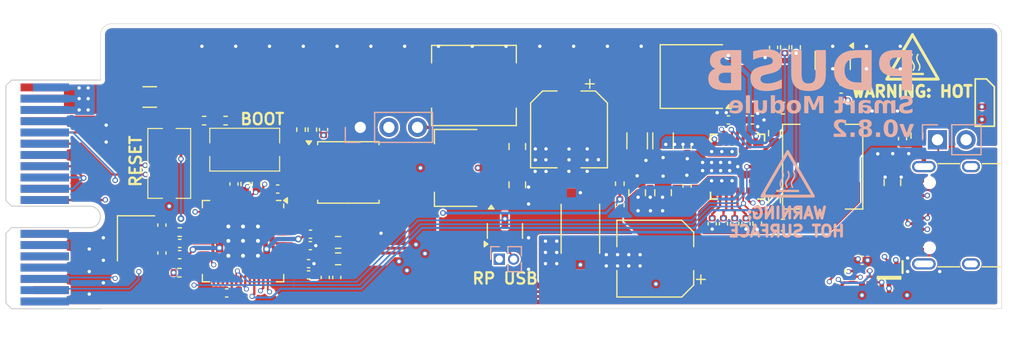
<source format=kicad_pcb>
(kicad_pcb (version 20240108) (generator "pcbnew") (generator_version "8.0")
  (title_block (date "2024-06-29") (rev "v0.8.2"))
  (layers (0 "F.Cu" signal) (1 "In1.Cu" power) (2 "In2.Cu" power) (31 "B.Cu" signal) (34 "B.Paste" user) (35 "F.Paste" user) (36 "B.SilkS" user "B.Silkscreen") (37 "F.SilkS" user "F.Silkscreen") (38 "B.Mask" user) (39 "F.Mask" user) (44 "Edge.Cuts" user))
  (net 0 "")
  (net 1 "VCC")
  (net 2 "GND")
  (net 3 "Net-(C3-Pad1)")
  (net 4 "VIN")
  (net 5 "IMON")
  (net 6 "VBUS")
  (net 7 "Net-(U4-ICOMP)")
  (net 8 "GNDUSB")
  (net 9 "D-")
  (net 10 "D+")
  (net 11 "CC1")
  (net 12 "CC2")
  (net 13 "Net-(C18-Pad1)")
  (net 14 "LED_DIN")
  (net 15 "+5V")
  (net 16 "Net-(C23-Pad2)")
  (net 17 "SCL")
  (net 18 "ENABLE")
  (net 19 "SDA")
  (net 20 "VDD")
  (net 21 "OVERLOAD")
  (net 22 "ALERT")
  (net 23 "Net-(Q1-G)")
  (net 24 "/INDUCTOR")
  (net 25 "/OUTDUCTOR")
  (net 26 "/EMI_VIN")
  (net 27 "/XIN")
  (net 28 "+1V1")
  (net 29 "RP_D-")
  (net 30 "MPQ_D+")
  (net 31 "/SWCLK")
  (net 32 "/SWD")
  (net 33 "/QSPI_SS")
  (net 34 "/XOUT")
  (net 35 "/QSPI_SD1")
  (net 36 "/QSPI_SD2")
  (net 37 "/QSPI_SD3")
  (net 38 "/QSPI_SD0")
  (net 39 "/QSPI_SCLK")
  (net 40 "/GPIO18")
  (net 41 "/GPIO15")
  (net 42 "/GPIO7")
  (net 43 "/GPIO25")
  (net 44 "/GPIO3")
  (net 45 "/GPIO11")
  (net 46 "/GPIO2")
  (net 47 "/GPIO0")
  (net 48 "/RUN")
  (net 49 "/GPIO8")
  (net 50 "/GPIO16")
  (net 51 "/GPIO20")
  (net 52 "/GPIO19")
  (net 53 "/GPIO14")
  (net 54 "/GPIO17")
  (net 55 "Net-(U4-BST1)")
  (net 56 "/GPIO6")
  (net 57 "/GPIO13")
  (net 58 "/GPIO10")
  (net 59 "/GPIO21")
  (net 60 "/GPIO23")
  (net 61 "/GPIO9")
  (net 62 "Net-(U3-USB_DP)")
  (net 63 "Net-(U3-USB_DM)")
  (net 65 "/VIN_PREFUSE")
  (net 66 "Net-(U4-BST2)")
  (net 67 "VIN_DIVIDER")
  (net 68 "VOUT_DIVIDER")
  (net 69 "RP_D+")
  (net 70 "MPQ_D-")
  (net 71 "Net-(J4-SHIELD)")
  (net 80 "unconnected-(J2-~{WAKE}-PadB11)")
  (net 85 "Net-(J5-Pin_2)")
  (net 86 "Net-(R4-Pad1)")
  (net 87 "/GPIO27_ADC1")
  (net 88 "Net-(R1-Pad2)")
  (net 89 "+3.3V")
  (net 90 "IMON_PREAMP")
  (net 91 "Net-(U6--)")
  (footprint "Capacitor_SMD:C_0402_1005Metric" (layer "F.Cu") (at 91.86 33.54)
    (property "Reference" "C7" (hide yes))
    (property "Value" "2.2uF")
  )
  (footprint "Connector_USB:USB_C_Receptacle_XKB_U262-16XN-4BVC11" (layer "F.Cu") (at 110.2 42 90)
    (property "Reference" "J4" (hide yes))
    (property "Value" "USB_C_Receptacle_USB2.0_14P")
  )
  (footprint "Resistor_SMD:R_0603_1608Metric" (layer "F.Cu") (at 106.47 34.93 90)
    (property "Reference" "R16" (hide yes))
    (property "Value" "100K")
  )
  (footprint "Capacitor_SMD:C_1206_3216Metric" (layer "F.Cu") (at 81.64 35.4 -90)
    (property "Reference" "C13" (hide yes))
    (property "Value" "4.7uF")
  )
  (footprint "Resistor_SMD:R_0402_1005Metric" (layer "F.Cu") (at 51.8 34.4 -90)
    (property "Reference" "R1" (hide yes))
    (property "Value" "1K")
  )
  (footprint "Capacitor_SMD:C_0402_1005Metric" (layer "F.Cu") (at 41.03 44.5 180)
    (property "Reference" "C25" (hide yes))
    (property "Value" "100nF")
  )
  (footprint "Local Library:XKB_TS-1101_SWITCH" (layer "F.Cu") (at 46.8 36.18)
    (property "Reference" "SW1" (hide yes))
    (property "Value" "RESET")
  )
  (footprint "Package_TO_SOT_SMD:SOT-23" (layer "F.Cu") (at 69.9 43.4 90)
    (property "Reference" "Q2" (hide yes))
    (property "Value" "2N7002")
  )
  (footprint "Inductor_SMD:L_Sunlord_MWSA0603S" (layer "F.Cu") (at 98.11 37.69 -90)
    (property "Reference" "L2" (hide yes))
    (property "Value" "4.7uH")
  )
  (footprint "Resistor_SMD:R_0402_1005Metric" (layer "F.Cu") (at 80.1 39.2 90)
    (property "Reference" "R15" (hide yes))
    (property "Value" "3.3K")
  )
  (footprint "Capacitor_SMD:C_0402_1005Metric" (layer "F.Cu") (at 86.07 36 -90)
    (property "Reference" "C14" (hide yes))
    (property "Value" "100nF")
  )
  (footprint "Resistor_SMD:R_0402_1005Metric" (layer "F.Cu") (at 41 47.1)
    (property "Reference" "R4" (hide yes))
    (property "Value" "1K")
  )
  (footprint "Capacitor_SMD:C_0402_1005Metric" (layer "F.Cu") (at 39.45 45.35 -90)
    (property "Reference" "C3" (hide yes))
    (property "Value" "39pF")
  )
  (footprint "Capacitor_SMD:C_0402_1005Metric" (layer "F.Cu") (at 91.3 42.75 -90)
    (property "Reference" "C33" (hide yes))
    (property "Value" "470pF")
  )
  (footprint "Local Library:HOT_SURFACE_SMALL" (layer "F.Cu") (at 106.25 30.15)
    (property "Reference" "REF**" (hide yes))
    (property "Value" "HOT_SURFACE_SMALL")
  )
  (footprint "Resistor_SMD:R_0402_1005Metric" (layer "F.Cu") (at 92.3 42.75 -90)
    (property "Reference" "R5" (hide yes))
    (property "Value" "10K")
  )
  (footprint "Capacitor_SMD:CP_Elec_6.3x7.7" (layer "F.Cu") (at 83.25 45.85 180)
    (property "Reference" "C29" (hide yes))
    (property "Value" "100uF")
  )
  (footprint "Capacitor_SMD:C_0402_1005Metric" (layer "F.Cu") (at 54.975 47.525 90)
    (property "Reference" "C30" (hide yes))
    (property "Value" "100nF")
  )
  (footprint "Capacitor_SMD:C_0402_1005Metric" (layer "F.Cu") (at 101.62 46)
    (property "Reference" "C36" (hide yes))
    (property "Value" "470pF")
  )
  (footprint "Package_TO_SOT_SMD:SOT-223-3_TabPin2" (layer "F.Cu") (at 65.55 37.8 180)
    (property "Reference" "U1" (hide yes))
    (property "Value" "AMS1117-3.3")
  )
  (footprint "Resistor_SMD:R_0603_1608Metric" (layer "F.Cu") (at 93.83 34.71 90)
    (property "Reference" "R7" (hide yes))
    (property "Value" "10R")
  )
  (footprint "Capacitor_SMD:C_0402_1005Metric" (layer "F.Cu") (at 52.47 47.3)
    (property "Reference" "C16" (hide yes))
    (property "Value" "2.2uF")
  )
  (footprint "Capacitor_SMD:C_0402_1005Metric" (layer "F.Cu") (at 52.64 43.68)
    (property "Reference" "C6" (hide yes))
    (property "Value" "100nF")
  )
  (footprint "Capacitor_SMD:C_0402_1005Metric" (layer "F.Cu") (at 52.63 44.7)
    (property "Reference" "C15" (hide yes))
    (property "Value" "100nF")
  )
  (footprint "Capacitor_SMD:C_0402_1005Metric" (layer "F.Cu") (at 41.025 45.5 180)
    (property "Reference" "C9" (hide yes))
    (property "Value" "100nF")
  )
  (footprint "Capacitor_SMD:C_0805_2012Metric" (layer "F.Cu") (at 71 35.9 -90)
    (property "Reference" "C1" (hide yes))
    (property "Value" "10uF")
  )
  (footprint "Resistor_SMD:R_0402_1005Metric" (layer "F.Cu") (at 95.75 27.1 -90)
    (property "Reference" "R20" (hide yes))
    (property "Value" "6.8K")
  )
  (footprint "Resistor_SMD:R_0402_1005Metric" (layer "F.Cu") (at 47.85 39.23 -90)
    (property "Reference" "R17" (hide yes))
    (property "Value" "10K")
  )
  (footprint "Resistor_SMD:R_0402_1005Metric" (layer "F.Cu") (at 80.1 41.09 90)
    (property "Reference" "R14" (hide yes))
    (property "Value" "22K")
  )
  (footprint "Local Library:TS3USB3000RSER" (layer "F.Cu") (at 101.6 47.7)
    (property "Reference" "U5" (hide yes))
    (property "Value" "TS3USB3000RSER" (hide yes))
  )
  (footprint "Resistor_SMD:R_0402_1005Metric" (layer "F.Cu") (at 43.2 33.6)
    (property "Reference" "R12" (hide yes))
    (property "Value" "22K")
  )
  (footprint "Capacitor_SMD:C_0402_1005Metric" (layer "F.Cu") (at 49.725 39.675)
    (property "Reference" "C17" (hide yes))
    (property "Value" "100nF")
  )
  (footprint "Capacitor_SMD:C_0402_1005Metric" (layer "F.Cu") (at 86.07 39.4 90)
    (property "Reference" "C26" (hide yes))
    (property "Value" "100nF")
  )
  (footprint "Capacitor_SMD:C_0402_1005Metric" (layer "F.Cu") (at 105.2 35.2 90)
    (property "Reference" "C35" (hide yes))
    (property "Value" "100nF")
  )
  (footprint "Connector_PCBEdge:BUS_PCIexpress_x1" (layer "F.Cu") (at 29.05 30.65 -90)
    (property "Reference" "J2" (hide yes))
    (property "Value" "Bus_PCI_Express_x1")
    (fp_line (start -0.15 3.45) (end 10.05 3.45) (stroke (width 0.1)) (layer "Edge.Cuts"))
    (fp_line (start 12.95 3.45) (end 19.15 3.45) (stroke (width 0.1)) (layer "Edge.Cuts"))
    (fp_line (start -0.65 2.95) (end -0.15 3.45) (stroke (width 0.1)) (layer "Edge.Cuts"))
    (fp_line (start 10.55 2.95) (end 10.05 3.45) (stroke (width 0.1)) (layer "Edge.Cuts"))
    (fp_line (start 12.45 2.95) (end 12.95 3.45) (stroke (width 0.1)) (layer "Edge.Cuts"))
    (fp_line (start 19.65 2.95) (end 19.15 3.45) (stroke (width 0.1)) (layer "Edge.Cuts"))
    (fp_line (start 10.55 -4) (end 10.55 2.95) (stroke (width 0.1)) (layer "Edge.Cuts"))
    (fp_line (start 12.45 -4) (end 12.45 2.95) (stroke (width 0.1)) (layer "Edge.Cuts"))
    (fp_line (start -0.65 -4.95) (end -0.65 2.95) (stroke (width 0.1)) (layer "Edge.Cuts"))
    (fp_line (start 19.65 -4.95) (end 19.65 2.95) (stroke (width 0.1)) (layer "Edge.Cuts"))
    (fp_arc (start 10.55 -4) (mid 11.5 -4.95) (end 12.45 -4) (stroke (width 0.1)) (layer "Edge.Cuts"))
  )
  (footprint "Capacitor_SMD:C_0805_2012Metric" (layer "F.Cu") (at 104.3 39.1 -90)
    (property "Reference" "C28" (hide yes))
    (property "Value" "10uF")
  )
  (footprint "Capacitor_SMD:C_0402_1005Metric" (layer "F.Cu") (at 90.3 42.75 -90)
    (property "Reference" "C31" (hide yes))
    (property "Value" "470pF")
  )
  (footprint "Resistor_SMD:R_0402_1005Metric" (layer "F.Cu") (at 46.85 39.23 -90)
    (property "Reference" "R18" (hide yes))
    (property "Value" "10K")
  )
  (footprint "Package_TO_SOT_SMD:SOT-23-5" (layer "F.Cu") (at 99 28.25 -90)
    (property "Reference" "U6" (hide yes))
    (property "Value" "LMV321")
  )
  (footprint "Capacitor_SMD:C_0805_2012Metric" (layer "F.Cu") (at 81.64 40 90)
    (property "Reference" "C21" (hide yes))
    (property "Value" "10uF")
  )
  (footprint "Local Library:MPQ4242_QNF-22_4mmx5mm" (layer "F.Cu") (at 90.55 37.685)
    (property "Reference" "U4" (hide yes))
    (property "Value" "MPQ4242")
  )
  (footprint "Fuse:Fuse_1206_3216Metric" (layer "F.Cu") (at 38.37 31.5 180)
    (property "Reference" "F1" (hide yes))
    (property "Value" "5A")
  )
  (footprint "Capacitor_SMD:C_0402_1005Metric" (layer "F.Cu") (at 89.3 42.75 -90)
    (property "Reference" "C32" (hide yes))
    (property "Value" "470pF")
  )
  (footprint "Capacitor_SMD:C_0805_2012Metric" (layer "F.Cu") (at 83.94 40 90)
    (property "Reference" "C24" (hide yes))
    (property "Value" "10uF")
  )
  (footprint "Capacitor_SMD:C_0402_1005Metric" (layer "F.Cu") (at 88.3 42.75 -90)
    (property "Reference" "C34" (hide yes))
    (property "Value" "470pF")
  )
  (footprint "Capacitor_SMD:C_0402_1005Metric" (layer "F.Cu") (at 89.74 33.54 180)
    (property "Reference" "C8" (hide yes))
    (property "Value" "470pF")
  )
  (footprint "Capacitor_SMD:CP_Elec_6.3x7.7" (layer "F.Cu") (at 75.59 34.38 -90)
    (property "Reference" "C11" (hide yes))
    (property "Value" "100uF")
  )
  (footprint "Package_DFN_QFN:QFN-56-1EP_7x7mm_P0.4mm_EP3.2x3.2mm" (layer "F.Cu") (at 46.65 44.3 -90)
    (property "Reference" "U3" (hide yes))
    (property "Value" "RP2040")
  )
  (footprint "Crystal:Crystal_SMD_3225-4Pin_3.2x2.5mm" (layer "F.Cu") (at 37.15 44.05 -90)
    (property "Reference" "Y1" (hide yes))
    (property "Value" "X322512MSB4SI")
  )
  (footprint "Capacitor_SMD:C_0805_2012Metric" (layer "F.Cu") (at 71 39.3 -90)
    (property "Reference" "C4" (hide yes))
    (property "Value" "10uF")
  )
  (footprint "Resistor_SMD:R_0402_1005Metric" (layer "F.Cu") (at 52.8 34.4 -90)
    (property "Reference" "R2" (hide yes))
    (property "Value" "10K")
  )
  (footprint "Local Library:AGM310A" (layer "F.Cu") (at 87.02 29.69 180)
    (property "Reference" "Q1" (hide yes))
    (property "Value" "AGM310A")
  )
  (footprint "Resistor_SMD:R_0402_1005Metric" (layer "F.Cu") (at 94.75 27.1 -90)
    (property "Reference" "R8" (hide yes))
    (property "Value" "4.7K")
  )
  (footprint "Resistor_SMD:R_0603_1608Metric" (layer "F.Cu") (at 93.83 40.66 90)
    (property "Reference" "R11" (hide yes))
    (property "Value" "0R")
  )
  (footprint "Local Library:LED_Neopixel_Side_Light_SK6812" (layer "F.Cu") (at 112.25 33.5 90)
    (property "Reference" "D2" (hide yes))
    (property "Value" "Neopixel Side Light SK6812")
  )
  (footprint "Capacitor_SMD:C_0603_1608Metric" (layer "F.Cu") (at 94.58 42.87 180)
    (property "Reference" "C23" (hide yes))
    (property "Value" "220nF")
  )
  (footprint "Capacitor_SMD:C_1206_3216Metric" (layer "F.Cu") (at 83.94 35.4 -90)
    (property "Reference" "C12" (hide yes))
    (property "Value" "4.7uF")
  )
  (footprint "Capacitor_SMD:C_0402_1005Metric" (layer "F.Cu") (at 45.2 48.9 180)
    (property "Reference" "C19" (hide yes))
    (property "Value" "100nF")
  )
  (footprint "Resistor_SMD:R_0603_1608Metric" (layer "F.Cu") (at 55.09 45.87 180)
    (property "Reference" "R10" (hide yes))
    (property "Value" "27R")
  )
  (footprint "Capacitor_SMD:C_0402_1005Metric" (layer "F.Cu") (at 52.47 46.3)
    (property "Reference" "C10" (hide yes))
    (property "Value" "2.2uF")
  )
  (footprint "Resistor_SMD:R_2512_6332Metric" (layer "F.Cu") (at 76.6 43.2 -90)
    (property "Reference" "R6" (hide yes))
    (property "Value" "R010")
  )
  (footprint "Capacitor_SMD:C_0402_1005Metric" (layer "F.Cu") (at 53.95 47.525 90)
    (property "Reference" "C27" (hide yes))
    (property "Value" "100nF")
  )
  (footprint "Capacitor_SMD:C_0402_1005Metric" (layer "F.Cu") (at 99.75 30.8 180)
    (property "Reference" "C37" (hide yes))
    (property "Value" "100nF")
  )
  (footprint "Package_SO:SOIC-8_5.23x5.23mm_P1.27mm" (layer "F.Cu") (at 56 38.2)
    (property "Reference" "U2" (hide yes))
    (property "Value" "W25Q32JVSSIQ")
  )
  (footprint "Resistor_SMD:R_0603_1608Metric" (layer "F.Cu") (at 55.09 44.41 180)
    (property "Reference" "R9" (hide yes))
    (property "Value" "27R")
  )
  (footprint "Resistor_SMD:R_0402_1005Metric" (layer "F.Cu") (at 45.1 33.6)
    (property "Reference" "R13" (hide yes))
    (property "Value" "2K")
  )
  (footprint "Local Library:XKB_TS-1101_SWITCH" (layer "F.Cu") (at 40.1 37.4 -90)
    (property "Reference" "SW2" (hide yes))
    (property "Value" "RESET")
  )
  (footprint "Capacitor_SMD:C_0402_1005Metric" (layer "F.Cu") (at 53.8 34.4 90)
    (property "Reference" "C5" (hide yes))
    (property "Value" "100nF")
  )
  (footprint "Capacitor_SMD:C_0603_1608Metric" (layer "F.Cu") (at 94.58 32.5)
    (property "Reference" "C18" (hide yes))
    (property "Value" "220nF")
  )
  (footprint "Capacitor_SMD:C_0402_1005Metric" (layer "F.Cu") (at 93.75 27.1 90)
    (property "Reference" "C20" (hide yes))
    (property "Value" "4.7nF")
  )
  (footprint "Local Library:SOT65P210X110-6N" (layer "F.Cu") (at 104 47.55 -90)
    (property "Reference" "D1" (hide yes))
    (property "Value" "SZESD1L001W1T2G" (hide yes))
  )
  (footprint "Inductor_SMD:L_Sunlord_MWSA0603S" (layer "F.Cu") (at 67.15 30.48)
    (property "Reference" "L1" (hide yes))
    (property "Value" "4.7uH")
  )
  (footprint "Resistor_SMD:R_0402_1005Metric" (layer "F.Cu") (at 41.03 43.5 180)
    (property "Reference" "R3" (hide yes))
    (property "Value" "1K")
  )
  (footprint "Capacitor_SMD:C_0402_1005Metric" (layer "F.Cu") (at 45.85 39.23 90)
    (property "Reference" "C22" (hide yes))
    (property "Value" "100nF")
  )
  (footprint "Capacitor_SMD:C_0402_1005Metric" (layer "F.Cu") (at 39.45 42.875 90)
    (property "Reference" "C2" (hide yes))
    (property "Value" "39pF")
  )
  (footprint "Local Library:HOT_SURFACE_SMALL" (layer "B.Cu") (at 94.832759 40.534249 180)
    (property "Reference" "REF**" (hide yes))
    (property "Value" "HOT_SURFACE_SMALL")
  )
  (footprint "Connector_PinSocket_2.54mm:PinSocket_1x03_P2.54mm_Vertical" (layer "B.Cu") (at 57.06 34.2 -90)
    (property "Reference" "J3" (hide yes))
    (property "Value" "Conn_01x03_Socket")
  )
  (footprint "Connector_PinHeader_1.27mm:PinHeader_1x02_P1.27mm_Vertical" (layer "B.Cu") (at 69.4 45.9 -90)
    (property "Reference" "J5" (hide yes))
    (property "Value" "USB_SW")
  )
  (footprint "Connector_PinHeader_2.54mm:PinHeader_1x02_P2.54mm_Vertical" (layer "B.Cu") (at 108.3 35.3 -90)
    (property "Reference" "J1" (hide yes))
    (property "Value" "RP_VBUS")
  )
  (gr_arc (start 34 26) (mid 34.292893 25.292893) (end 35 25) (stroke (width 0.05)) (layer "Edge.Cuts"))
  (gr_arc (start 113 25) (mid 113.707107 25.292893) (end 114 26) (stroke (width 0.05)) (layer "Edge.Cuts"))
  (gr_line (start 35 25) (end 113 25) (stroke (width 0.05)) (layer "Edge.Cuts"))
  (gr_line (start 114 26) (end 114 50.3) (stroke (width 0.05)) (layer "Edge.Cuts"))
  (gr_line (start 114 50.3) (end 34 50.3) (stroke (width 0.05)) (layer "Edge.Cuts"))
  (gr_line (start 34 26) (end 34 30) (stroke (width 0.05)) (layer "Edge.Cuts"))
  (gr_text "WARNING:\nHOT SURFACE" (at 94.9 44 0) (layer "B.SilkS") (effects (font (size 1 1) (thickness 0.25) (bold yes)) (justify bottom mirror)))
  (gr_text "${REVISION}" (at 106.25 35.3 0) (layer "B.SilkS") (effects (font (size 1.5 1.5) (thickness 0.3) (bold yes)) (justify left bottom mirror)))
  (gr_text "Smart Module" (at 106.25 33.2 0) (layer "B.SilkS") (effects (font (size 1.5 1.5) (thickness 0.3) (bold yes)) (justify left bottom mirror)))
  (gr_text "PDUSB" (at 106.5 31.5 0) (layer "B.SilkS") (effects (font (size 3.5 3.5) (thickness 0.2) (bold yes)) (justify left bottom mirror)))
  (gr_text "BOOT" (at 46.3 34.05 0) (layer "F.SilkS") (effects (font (size 1 1) (thickness 0.2) (bold yes)) (justify left bottom)))
  (gr_text "RP USB" (at 66.9 48.2 -0) (layer "F.SilkS") (effects (font (size 1 1) (thickness 0.2) (bold yes)) (justify left bottom)))
  (gr_text "WARNING: HOT" (at 106.05 31.6 0) (layer "F.SilkS") (effects (font (size 1 1) (thickness 0.25) (bold yes)) (justify bottom)))
  (gr_text "RESET" (at 37.7 39.6 90) (layer "F.SilkS") (effects (font (size 1 1) (thickness 0.2) (bold yes)) (justify left bottom)))
  (segment (start 91.05 33.87) (end 91.38 33.54) (width 0.25) (layer "F.Cu") (net 1))
  (segment (start 91.05 35.36) (end 91.05 33.87) (width 0.25) (layer "F.Cu") (net 1))
  (segment (start 83.94 36.875) (end 83.94 36.88) (width 0.2) (layer "F.Cu") (net 2))
  (segment (start 81.64 38.525) (end 81.64 38.5) (width 0.2) (layer "F.Cu") (net 2))
  (segment (start 86.07 36.96) (end 86.09 36.98) (width 0.2) (layer "F.Cu") (net 2))
  (segment (start 89.13 34.38) (end 89.13 34.39) (width 0.25) (layer "F.Cu") (net 2))
  (segment (start 86.07 38.45) (end 86.05 38.45) (width 0.2) (layer "F.Cu") (net 2))
  (segment (start 86.07 36.95) (end 86.07 36.96) (width 0.2) (layer "F.Cu") (net 2))
  (segment (start 89.55 34.81) (end 89.55 35.36) (width 0.25) (layer "F.Cu") (net 2))
  (segment (start 89.13 34.39) (end 89.55 34.81) (width 0.25) (layer "F.Cu") (net 2))
  (via (at 105.6 49.1) (size 0.5) (drill 0.3) (layers "F.Cu" "B.Cu") (net 2))
  (via (at 45.35 45.6) (size 0.6) (drill 0.35) (layers "F.Cu" "B.Cu") (net 2))
  (via (at 92.34 32.96) (size 0.45) (drill 0.3) (layers "F.Cu" "B.Cu") (net 2))
  (via (at 72.6 36.11) (size 0.5) (drill 0.3) (layers "F.Cu" "B.Cu") (net 2))
  (via (at 52.95 46.3) (size 0.5) (drill 0.3) (layers "F.Cu" "B.Cu") (net 2))
  (via (at 99 29) (size 0.5) (drill 0.3) (layers "F.Cu" "B.Cu") (net 2))
  (via (at 105 27) (size 0.5) (drill 0.3) (layers "F.Cu" "B.Cu") (net 2))
  (via (at 99 27) (size 0.5) (drill 0.3) (layers "F.Cu" "B.Cu") (net 2))
  (via (at 52 27) (size 0.5) (drill 0.3) (layers "F.Cu" "B.Cu") (net 2))
  (via (at 70 27) (size 0.5) (drill 0.3) (layers "F.Cu" "B.Cu") (net 2))
  (via (at 92.9 33.54) (size 0.45) (drill 0.3) (layers "F.Cu" "B.Cu") (net 2))
  (via (at 86.09 36.98) (size 0.5) (drill 0.3) (layers "F.Cu" "B.Cu") (net 2))
  (via (at 72 41) (size 0.5) (drill 0.3) (layers "F.Cu" "B.Cu") (net 2))
  (via (at 88.74 32.895) (size 0.45) (drill 0.3) (layers "F.Cu" "B.Cu") (net 2))
  (via (at 67 27) (size 0.5) (drill 0.3) (layers "F.Cu" "B.Cu") (net 2))
  (via (at 72 46.8) (size 0.5) (drill 0.3) (layers "F.Cu" "B.Cu") (net 2))
  (via (at 73 27) (size 0.5) (drill 0.3) (layers "F.Cu" "B.Cu") (net 2))
  (via (at 104.75 32.75) (size 0.45) (drill 0.3) (layers "F.Cu" "B.Cu") (net 2))
  (via (at 72 44) (size 0.5) (drill 0.3) (layers "F.Cu" "B.Cu") (net 2))
  (via (at 73.55 36.11) (size 0.5) (drill 0.3) (layers "F.Cu" "B.Cu") (net 2))
  (via (at 92.34 34.13) (size 0.45) (drill 0.3) (layers "F.Cu" "B.Cu") (net 2))
  (via (at 87.45 37.315) (size 0.45) (drill 0.3) (layers "F.Cu" "B.Cu") (net 2))
  (via (at 76 27) (size 0.5) (drill 0.3) (layers "F.Cu" "B.Cu") (net 2))
  (via (at 46.65 43) (size 0.6) (drill 0.35) (layers "F.Cu" "B.Cu") (net 2))
  (via (at 89.85 37.315) (size 0.45) (drill 0.3) (layers "F.Cu" "B.Cu") (net 2))
  (via (at 86.05 38.45) (size 0.5) (drill 0.3) (layers "F.Cu" "B.Cu") (net 2))
  (via (at 102 27) (size 0.5) (drill 0.3) (layers "F.Cu" "B.Cu") (net 2))
  (via (at 77.2 37.09) (size 0.5) (drill 0.3) (layers "F.Cu" "B.Cu") (net 2))
  (via (at 34.25 48) (size 0.5) (drill 0.3) (layers "F.Cu" "B.Cu") (net 2))
  (via (at 102.1 46) (size 0.5) (drill 0.3) (layers "F.Cu" "B.Cu") (net 2))
  (via (at 61 27) (size 0.5) (drill 0.3) (layers "F.Cu" "B.Cu") (net 2))
  (via (at 102.5 32.75) (size 0.45) (drill 0.3) (layers "F.Cu" "B.Cu") (net 2))
  (via (at 34.25 44) (size 0.5) (drill 0.3) (layers "F.Cu" "B.Cu") (net 2))
  (via (at 46 27) (size 0.5) (drill 0.3) (layers "F.Cu" "B.Cu") (net 2))
  (via (at 72.6 37.09) (size 0.5) (drill 0.3) (layers "F.Cu" "B.Cu") (net 2))
  (via (at 90.57 37.685) (size 0.45) (drill 0.3) (layers "F.Cu" "B.Cu") (net 2))
  (via (at 78.2 37.07) (size 0.5) (drill 0.3) (layers "F.Cu" "B.Cu") (net 2))
  (via (at 81.64 38.5) (size 0.5) (drill 0.3) (layers "F.Cu" "B.Cu") (net 2))
  (via (at 101.6 49.1) (size 0.5) (drill 0.3) (layers "F.Cu" "B.Cu") (net 2))
  (via (at 105 29) (size 0.5) (drill 0.3) (layers "F.Cu" "B.Cu") (net 2))
  (via (at 82 27) (size 0.5) (drill 0.3) (layers "F.Cu" "B.Cu") (net 2))
  (via (at 89.13 34.38) (size 0.45) (drill 0.3) (layers "F.Cu" "B.Cu") (net 2))
  (via (at 72.58 38.11) (size 0.5) (drill 0.3) (layers "F.Cu" "B.Cu") (net 2))
  (via (at 82.42 37.13) (size 0.5) (drill 0.3) (layers "F.Cu" "B.Cu") (net 2))
  (via (at 89.05 38.04) (size 0.45) (drill 0.3) (layers "F.Cu" "B.Cu") (net 2))
  (via (at 58 27) (size 0.5) (drill 0.3) (layers "F.Cu" "B.Cu") (net 2))
  (via (at 47.975 43) (size 0.6) (drill 0.35) (layers "F.Cu" "B.Cu") (net 2))
  (via (at 75.59 36.12) (size 0.5) (drill 0.3) (layers "F.Cu" "B.Cu") (net 2))
  (via (at 43 27) (size 0.5) (drill 0.3) (layers "F.Cu" "B.Cu") (net 2))
  (via (at 33 45) (size 0.5) (drill 0.3) (layers "F.Cu" "B.Cu") (net 2))
  (via (at 89.05 37.315) (size 0.45) (drill 0.3) (layers "F.Cu" "B.Cu") (net 2))
  (via (at 64 27) (size 0.5) (drill 0.3) (layers "F.Cu" "B.Cu") (net 2))
  (via (at 55 27) (size 0.5) (drill 0.3) (layers "F.Cu" "B.Cu") (net 2))
  (via (at 77.2 38.1) (size 0.5) (drill 0.3) (layers "F.Cu" "B.Cu") (net 2))
  (via (at 77.2 36.11) (size 0.5) (drill 0.3) (layers "F.Cu" "B.Cu") (net 2))
  (via (at 93 28) (size 0.5) (drill 0.3) (layers "F.Cu" "B.Cu") (net 2))
  (via (at 73.55 38.11) (size 0.5) (drill 0.3) (layers "F.Cu" "B.Cu") (net 2))
  (via (at 58.9 43.6) (size 0.5) (drill 0.3) (layers "F.Cu" "B.Cu") (net 2))
  (via (at 33 49) (size 0.5) (drill 0.3) (layers "F.Cu" "B.Cu") (net 2))
  (via (at 87.45 38.04) (size 0.45) (drill 0.3) (layers "F.Cu" "B.Cu") (net 2))
  (via (at 88.3 43.23) (size 0.45) (drill 0.3) (layers "F.Cu" "B.Cu") (net 2))
  (via (at 75.59 37.08) (size 0.5) (drill 0.3) (layers "F.Cu" "B.Cu") (net 2))
  (via (at 34.5 35.5) (size 0.5) (drill 0.3) (layers "F.Cu" "B.Cu") (net 2))
  (via (at 88.25 37.315) (size 0.45) (drill 0.3) (layers "F.Cu" "B.Cu") (net 2))
  (via (at 73.54 37.08) (size 0.5) (drill 0.3) (layers "F.Cu" "B.Cu") (net 2))
  (via (at 34.5 34) (size 0.5) (drill 0.3) (layers "F.Cu" "B.Cu") (net 2))
  (via (at 47.975 44.275) (size 0.6) (drill 0.35) (layers "F.Cu" "B.Cu") (net 2))
  (via (at 46.65 45.6) (size 0.6) (drill 0.35) (layers "F.Cu" "B.Cu") (net 2))
  (via (at 47.975 45.6) (size 0.6) (drill 0.35) (layers "F.Cu" "B.Cu") (net 2))
  (via (at 88.25 38.04) (size 0.45) (drill 0.3) (layers "F.Cu" "B.Cu") (net 2))
  (via (at 92.3 43.26) (size 0.5) (drill 0.3) (layers "F.Cu" "B.Cu") (net 2))
  (via (at 53.11 44.7) (size 0.5) (drill 0.3) (layers "F.Cu" "B.Cu") (net 2))
  (via (at 83.94 38.525) (size 0.5) (drill 0.3) (layers "F.Cu" "B.Cu") (net 2))
  (via (at 45.35 43) (size 0.6) (drill 0.35) (layers "F.Cu" "B.Cu") (net 2))
  (via (at 102 29) (size 0.5) (drill 0.3) (layers "F.Cu" "B.Cu") (net 2))
  (via (at 33 47) (size 0.5) (drill 0.3) (layers "F.Cu" "B.Cu") (net 2))
  (via (at 79 27) (size 0.5) (drill 0.3) (layers "F.Cu" "B.Cu") (net 2))
  (via (at 45.35 44.275) (size 0.6) (drill 0.35) (layers "F.Cu" "B.Cu") (net 2))
  (via (at 91.3 43.23) (size 0.45) (drill 0.3) (layers "F.Cu" "B.Cu") (net 2))
  (via (at 83.3 48.1) (size 0.5) (drill 0.3) (layers "F.Cu" "B.Cu") (net 2))
  (via (at 46.65 44.275) (size 0.6) (drill 0.35) (layers "F.Cu" "B.Cu") (net 2))
  (via (at 49 27) (size 0.5) (drill 0.3) (layers "F.Cu" "B.Cu") (net 2))
  (via (at 75.58 38.1) (size 0.5) (drill 0.3) (layers "F.Cu" "B.Cu") (net 2))
  (via (at 76.6 40) (size 0.5) (drill 0.3) (layers "F.Cu" "B.Cu") (net 2))
  (via (at 89.85 38.04) (size 0.45) (drill 0.3) (layers "F.Cu" "B.Cu") (net 2))
  (via (at 89.548978 32.895) (size 0.45) (drill 0.3) (layers "F.Cu" "B.Cu") (net 2))
  (via (at 72 39.5) (size 0.5) (drill 0.3) (layers "F.Cu" "B.Cu") (net 2))
  (via (at 83.94 36.88) (size 0.5) (drill 0.3) (layers "F.Cu" "B.Cu") (net 2))
  (via (at 34.25 46) (size 0.5) (drill 0.3) (layers "F.Cu" "B.Cu") (net 2))
  (segment (start 39.45 44.87) (end 39.45 44.51) (width 0.15) (layer "F.Cu") (net 3))
  (segment (start 40.46 43.5) (end 40.52 43.5) (width 0.15) (layer "F.Cu") (net 3))
  (segment (start 39.45 44.87) (end 38.28 44.87) (width 0.15) (layer "F.Cu") (net 3))
  (segment (start 38.28 44.87) (end 38 45.15) (width 0.15) (layer "F.Cu") (net 3))
  (segment (start 39.45 44.51) (end 40.46 43.5) (width 0.15) (layer "F.Cu") (net 3))
  (segment (start 42.69 33.6) (end 42.69 32.91) (width 0.4) (layer "F.Cu") (net 4))
  (segment (start 47.45 49.2) (end 47.65 49) (width 0.2) (layer "F.Cu") (net 5))
  (segment (start 47.65 49) (end 47.65 47.7375) (width 0.2) (layer "F.Cu") (net 5))
  (segment (start 96.2725 27.61) (end 98.05 29.3875) (width 0.2) (layer "F.Cu") (net 5))
  (segment (start 95.75 27.61) (end 96.2725 27.61) (width 0.2) (layer "F.Cu") (net 5))
  (via (at 95.75 27.61) (size 0.5) (drill 0.3) (layers "F.Cu" "B.Cu") (net 5))
  (via (at 47.45 49.2) (size 0.45) (drill 0.3) (layers "F.Cu" "B.Cu") (net 5))
  (segment (start 88.273884 41.55) (end 86.698884 43.125) (width 0.2) (layer "B.Cu") (net 5))
  (segment (start 95.75 38.597107) (end 92.797107 41.55) (width 0.2) (layer "B.Cu") (net 5))
  (segment (start 62.53462 43.125) (end 57.13462 48.525) (width 0.2) (layer "B.Cu") (net 5))
  (segment (start 47.55 49.3) (end 47.45 49.2) (width 0.2) (layer "B.Cu") (net 5))
  (segment (start 57.13462 48.525) (end 49.982107 48.525) (width 0.2) (layer "B.Cu") (net 5))
  (segment (start 86.698884 43.125) (end 62.53462 43.125) (width 0.2) (layer "B.Cu") (net 5))
  (segment (start 92.797107 41.55) (end 88.273884 41.55) (width 0.2) (layer "B.Cu") (net 5))
  (segment (start 49.207107 49.3) (end 47.55 49.3) (width 0.2) (layer "B.Cu") (net 5))
  (segment (start 95.75 27.61) (end 95.75 38.597107) (width 0.2) (layer "B.Cu") (net 5))
  (segment (start 49.982107 48.525) (end 49.207107 49.3) (width 0.2) (layer "B.Cu") (net 5))
  (segment (start 108.37 35.37) (end 108.3 35.3) (width 0.15) (layer "F.Cu") (net 6))
  (segment (start 107.864239 39.76) (end 108.37 39.254239) (width 0.15) (layer "F.Cu") (net 6))
  (segment (start 81.25 40.95) (end 81.64 40.95) (width 0.25) (layer "F.Cu") (net 6))
  (segment (start 106.54 39.76) (end 107.864239 39.76) (width 0.15) (layer "F.Cu") (net 6))
  (segment (start 80.1 41.6) (end 80.6 41.6) (width 0.25) (layer "F.Cu") (net 6))
  (segment (start 80.6 41.6) (end 81.25 40.95) (width 0.25) (layer "F.Cu") (net 6))
  (segment (start 108.37 39.254239) (end 108.37 35.37) (width 0.15) (layer "F.Cu") (net 6))
  (segment (start 106.53 39.75) (end 106.54 39.76) (width 0.15) (layer "F.Cu") (net 6))
  (via (at 83.9 41.6) (size 0.5) (drill 0.3) (layers "F.Cu" "B.Cu") (net 6))
  (via (at 83.89 40.4) (size 0.5) (drill 0.3) (layers "F.Cu" "B.Cu") (net 6))
  (via (at 81.72 40.4) (size 0.5) (drill 0.3) (layers "F.Cu" "B.Cu") (net 6))
  (via (at 88.25 38.94) (size 0.45) (drill 0.3) (layers "F.Cu" "B.Cu") (net 6))
  (via (at 82.82 41.6) (size 0.5) (drill 0.3) (layers "F.Cu" "B.Cu") (net 6))
  (via (at 82.8 40.4) (size 0.5) (drill 0.3) (layers "F.Cu" "B.Cu") (net 6))
  (via (at 90.07 38.94) (size 0.45) (drill 0.3) (layers "F.Cu" "B.Cu") (net 6))
  (via (at 89.15 38.94) (size 0.45) (drill 0.3) (layers "F.Cu" "B.Cu") (net 6))
  (via (at 81.72 41.6) (size 0.5) (drill 0.3) (layers "F.Cu" "B.Cu") (net 6))
  (segment (start 90.22 33.54) (end 90.55 33.87) (width 0.25) (layer "F.Cu") (net 7))
  (segment (start 90.55 33.87) (end 90.55 35.36) (width 0.25) (layer "F.Cu") (net 7))
  (segment (start 88.5 35.25) (end 88.5 35.485) (width 0.3) (layer "F.Cu") (net 8))
  (segment (start 107.045 45.565) (end 107.935 45.565) (width 0.2) (layer "F.Cu") (net 8))
  (segment (start 88.5 35.485) (end 88.7 35.685) (width 0.3) (layer "F.Cu") (net 8))
  (segment (start 106.53 45.05) (end 107.045 45.565) (width 0.2) (layer "F.Cu") (net 8))
  (via (at 88.5 35.25) (size 0.5) (drill 0.3) (layers "F.Cu" "B.Cu") (net 8))
  (via (at 108.5 47) (size 0.6) (drill 0.3) (layers "F.Cu" "B.Cu") (net 8))
  (via (at 73.5 44.3) (size 0.5) (drill 0.3) (layers "F.Cu" "B.Cu") (net 8))
  (via (at 78.9 46.5) (size 0.5) (drill 0.3) (layers "F.Cu" "B.Cu") (net 8))
  (via (at 80.9 45.5) (size 0.5) (drill 0.3) (layers "F.Cu" "B.Cu") (net 8))
  (via (at 81.9 46.5) (size 0.5) (drill 0.3) (layers "F.Cu" "B.Cu") (net 8))
  (via (at 79.9 46.5) (size 0.5) (drill 0.3) (layers "F.Cu" "B.Cu") (net 8))
  (via (at 74.5 46.3) (size 0.5) (drill 0.3) (layers "F.Cu" "B.Cu") (net 8))
  (via (at 73.5 46.3) (size 0.5) (drill 0.3) (layers "F.Cu" "B.Cu") (net 8))
  (via (at 104.33 36.53) (size 0.5) (drill 0.3) (layers "F.Cu" "B.Cu") (net 8))
  (via (at 78.9 45.5) (size 0.5) (drill 0.3) (layers "F.Cu" "B.Cu") (net 8))
  (via (at 74.5 44.3) (size 0.5) (drill 0.3) (layers "F.Cu" "B.Cu") (net 8))
  (via (at 74.5 45.3) (size 0.5) (drill 0.3) (layers "F.Cu" "B.Cu") (net 8))
  (via (at 81.9 45.5) (size 0.5) (drill 0.3) (layers "F.Cu" "B.Cu") (net 8))
  (via (at 76.6 46.4) (size 0.5) (drill 0.3) (layers "F.Cu" "B.Cu") (net 8))
  (via (at 105.65 45.8) (size 0.6) (drill 0.3) (layers "F.Cu" "B.Cu") (net 8))
  (via (at 105.08 38.62) (size 0.5) (drill 0.3) (layers "F.Cu" "B.Cu") (net 8))
  (via (at 73.5 45.3) (size 0.5) (drill 0.3) (layers "F.Cu" "B.Cu") (net 8))
  (via (at 80.9 46.5) (size 0.5) (drill 0.3) (layers "F.Cu" "B.Cu") (net 8))
  (via (at 103.65 38.62) (size 0.5) (drill 0.3) (layers "F.Cu" "B.Cu") (net 8))
  (via (at 105.75 36.53) (size 0.5) (drill 0.3) (layers "F.Cu" "B.Cu") (net 8))
  (via (at 103 36.55) (size 0.5) (drill 0.3) (layers "F.Cu" "B.Cu") (net 8))
  (via (at 79.9 45.5) (size 0.5) (drill 0.3) (layers "F.Cu" "B.Cu") (net 8))
  (via (at 105.65 47) (size 0.6) (drill 0.3) (layers "F.Cu" "B.Cu") (net 8))
  (segment (start 105.615 41.905) (end 105.76 41.76) (width 0.2) (layer "F.Cu") (net 9))
  (segment (start 103.35 47.95) (end 103.35 48.5) (width 0.2) (layer "F.Cu") (net 9))
  (segment (start 105.76 41.76) (end 106.52 41.76) (width 0.2) (layer "F.Cu") (net 9))
  (segment (start 105.615 42.685) (end 105.615 41.905) (width 0.2) (layer "F.Cu") (net 9))
  (segment (start 105.68 42.75) (end 105.615 42.685) (width 0.2) (layer "F.Cu") (net 9))
  (segment (start 103.35 47.95) (end 102.275 47.95) (width 0.2) (layer "F.Cu") (net 9))
  (segment (start 106.52 42.76) (end 106.51 42.75) (width 0.2) (layer "F.Cu") (net 9))
  (segment (start 106.51 42.75) (end 105.68 42.75) (width 0.2) (layer "F.Cu") (net 9))
  (via (at 105.68 42.75) (size 0.5) (drill 0.3) (layers "F.Cu" "B.Cu") (net 9))
  (via (at 103.35 47.95) (size 0.5) (drill 0.3) (layers "F.Cu" "B.Cu") (net 9))
  (segment (start 104.23 47.45) (end 102.275 47.45) (width 0.2) (layer "F.Cu") (net 10))
  (segment (start 104.65 46.01) (end 104.6 45.96) (width 0.2) (layer "F.Cu") (net 10))
  (segment (start 104.65 47.03) (end 104.23 47.45) (width 0.2) (layer "F.Cu") (net 10))
  (segment (start 107.27 41.26) (end 106.52 41.26) (width 0.2) (layer "F.Cu") (net 10))
  (segment (start 104.65 46.6) (end 104.65 47.03) (width 0.2) (layer "F.Cu") (net 10))
  (segment (start 104.65 46.6) (end 104.65 46.01) (width 0.2) (layer "F.Cu") (net 10))
  (segment (start 107.465 41.455) (end 107.27 41.26) (width 0.2) (layer "F.Cu") (net 10))
  (segment (start 107.4 42.25) (end 107.465 42.185) (width 0.2) (layer "F.Cu") (net 10))
  (segment (start 106.53 42.25) (end 106.52 42.26) (width 0.2) (layer "F.Cu") (net 10))
  (segment (start 107.465 42.185) (end 107.465 41.455) (width 0.2) (layer "F.Cu") (net 10))
  (segment (start 106.53 42.25) (end 107.4 42.25) (width 0.2) (layer "F.Cu") (net 10))
  (via (at 107.4 42.25) (size 0.5) (drill 0.3) (layers "F.Cu" "B.Cu") (net 10))
  (via (at 104.6 45.96) (size 0.5) (drill 0.3) (layers "F.Cu" "B.Cu") (net 10))
  (segment (start 91.3 41.917463) (end 90.55 41.167463) (width 0.2) (layer "F.Cu") (net 11))
  (segment (start 90.55 41.167463) (end 90.55 40.01) (width 0.2) (layer "F.Cu") (net 11))
  (segment (start 104 46.165) (end 104 46.6) (width 0.2) (layer "F.Cu") (net 11))
  (segment (start 107.4 43.25) (end 106.53 43.25) (width 0.2) (layer "F.Cu") (net 11))
  (segment (start 106.53 43.25) (end 106.52 43.26) (width 0.2) (layer "F.Cu") (net 11))
  (segment (start 91.3 42.27) (end 91.3 41.917463) (width 0.2) (layer "F.Cu") (net 11))
  (segment (start 103.6 45.678137) (end 103.6 45.765) (width 0.2) (layer "F.Cu") (net 11))
  (segment (start 103.6 45.765) (end 104 46.165) (width 0.2) (layer "F.Cu") (net 11))
  (via (at 91.3 42.27) (size 0.45) (drill 0.3) (layers "F.Cu" "B.Cu") (net 11))
  (via (at 107.4 43.25) (size 0.5) (drill 0.3) (layers "F.Cu" "B.Cu") (net 11))
  (via (at 103.6 45.678137) (size 0.5) (drill 0.3) (layers "F.Cu" "B.Cu") (net 11))
  (segment (start 107.399999 40.249999) (end 107.4 40.25) (width 0.2) (layer "F.Cu") (net 12))
  (segment (start 88.3 42.27) (end 88.3 41.9) (width 0.2) (layer "F.Cu") (net 12))
  (segment (start 107.4 40.25) (end 107.39 40.26) (width 0.2) (layer "F.Cu") (net 12))
  (segment (start 89 41.2) (end 89 40.01) (width 0.2) (layer "F.Cu") (net 12))
  (segment (start 107.39 40.26) (end 106.52 40.26) (width 0.2) (layer "F.Cu") (net 12))
  (segment (start 88.3 41.9) (end 89 41.2) (width 0.2) (layer "F.Cu") (net 12))
  (via (at 104 48.5) (size 0.5) (drill 0.3) (layers "F.Cu" "B.Cu") (net 12))
  (via (at 107.4 40.25) (size 0.5) (drill 0.3) (layers "F.Cu" "B.Cu") (net 12))
  (via (at 88.3 42.27) (size 0.45) (drill 0.3) (layers "F.Cu" "B.Cu") (net 12))
  (segment (start 93.83 32.525) (end 93.805 32.5) (width 0.6) (layer "F.Cu") (net 13))
  (segment (start 93.83 33.885) (end 93.83 32.525) (width 0.6) (layer "F.Cu") (net 13))
  (segment (start 48.45 39.375) (end 48.45 40.8625) (width 0.2) (layer "F.Cu") (net 14))
  (segment (start 48.575 39.25) (end 48.45 39.375) (width 0.2) (layer "F.Cu") (net 14))
  (via (at 48.575 39.25) (size 0.45) (drill 0.3) (layers "F.Cu" "B.Cu") (net 14))
  (via (at 112.25 33.5) (size 0.5) (drill 0.3) (layers "F.Cu" "B.Cu") (net 14))
  (segment (start 32.5 38.7) (end 31.45 37.65) (width 0.2) (layer "F.Cu") (net 15))
  (segment (start 71 34.95) (end 70.25 34.95) (width 0.6) (layer "F.Cu") (net 15))
  (segment (start 69.7 35.5) (end 68.7 35.5) (width 0.6) (layer "F.Cu") (net 15))
  (segment (start 70.25 34.95) (end 69.7 35.5) (width 0.6) (layer "F.Cu") (net 15))
  (segment (start 64.7 34.2) (end 66 35.5) (width 0.3) (layer "F.Cu") (net 15))
  (segment (start 62.14 34.2) (end 64.7 34.2) (width 0.3) (layer "F.Cu") (net 15))
  (segment (start 66 35.5) (end 68.7 35.5) (width 0.3) (layer "F.Cu") (net 15))
  (segment (start 31.45 37.65) (end 29.05 37.65) (width 0.2) (layer "F.Cu") (net 15))
  (via (at 112.25 32.375) (size 0.5) (drill 0.3) (layers "F.Cu" "B.Cu") (net 15))
  (via (at 32.5 38.7) (size 0.5) (drill 0.3) (layers "F.Cu" "B.Cu") (net 15))
  (segment (start 32.45 38.65) (end 32.5 38.7) (width 0.2) (layer "B.Cu") (net 15))
  (segment (start 31.55 39.65) (end 29.05 39.65) (width 0.2) (layer "B.Cu") (net 15))
  (segment (start 32.5 38.7) (end 31.55 39.65) (width 0.2) (layer "B.Cu") (net 15))
  (segment (start 29.05 38.65) (end 32.45 38.65) (width 0.2) (layer "B.Cu") (net 15))
  (segment (start 93.83 42.845) (end 93.805 42.87) (width 0.6) (layer "F.Cu") (net 16))
  (segment (start 93.83 41.485) (end 93.83 42.845) (width 0.6) (layer "F.Cu") (net 16))
  (segment (start 37.966789 37.566789) (end 35.166789 37.566789) (width 0.2) (layer "F.Cu") (net 17))
  (segment (start 92.644413 40.89) (end 92.1 40.345587) (width 0.2) (layer "F.Cu") (net 17))
  (segment (start 92.75 40.89) (end 92.644413 40.89) (width 0.2) (layer "F.Cu") (net 17))
  (segment (start 35.166789 37.566789) (end 32.25 34.65) (width 0.2) (layer "F.Cu") (net 17))
  (segment (start 32.25 34.65) (end 29.05 34.65) (width 0.2) (layer "F.Cu") (net 17))
  (segment (start 47.05 39.45) (end 46.85 39.65) (width 0.2) (layer "F.Cu") (net 17))
  (segment (start 92.1 40.345587) (end 92.1 40.01) (width 0.2) (layer "F.Cu") (net 17))
  (segment (start 46.85 39.65) (end 46.85 40.8625) (width 0.2) (layer "F.Cu") (net 17))
  (via (at 37.966789 37.566789) (size 0.5) (drill 0.3) (layers "F.Cu" "B.Cu") (net 17))
  (via (at 92.75 40.89) (size 0.45) (drill 0.3) (layers "F.Cu" "B.Cu") (net 17))
  (via (at 47.05 39.45) (size 0.45) (drill 0.3) (layers "F.Cu" "B.Cu") (net 17))
  (segment (start 46.15 46.95) (end 46.05 47.05) (width 0.15) (layer "F.Cu") (net 18))
  (segment (start 46.05 47.05) (end 46.05 47.7375) (width 0.15) (layer "F.Cu") (net 18))
  (segment (start 92.2 37.685) (end 91.37 37.685) (width 0.3) (layer "F.Cu") (net 18))
  (via (at 46.15 46.95) (size 0.45) (drill 0.3) (layers "F.Cu" "B.Cu") (net 18))
  (via (at 91.37 37.685) (size 0.45) (drill 0.3) (layers "F.Cu" "B.Cu") (net 18))
  (via (at 69.9 42.325) (size 0.5) (drill 0.3) (layers "F.Cu" "B.Cu") (net 18))
  (segment (start 69.9 42.325) (end 70.025 42.45) (width 0.15) (layer "B.Cu") (net 18))
  (segment (start 88.015 40.925) (end 90.405 40.925) (width 0.15) (layer "B.Cu") (net 18))
  (segment (start 62.2 42.45) (end 56.75 47.9) (width 0.15) (layer "B.Cu") (net 18))
  (segment (start 69.775 42.45) (end 62.2 42.45) (width 0.15) (layer "B.Cu") (net 18))
  (segment (start 47.1 47.9) (end 46.15 46.95) (width 0.15) (layer "B.Cu") (net 18))
  (segment (start 90.405 40.925) (end 91.37 39.96) (width 0.15) (layer "B.Cu") (net 18))
  (segment (start 86.49 42.45) (end 88.015 40.925) (width 0.15) (layer "B.Cu") (net 18))
  (segment (start 69.9 42.325) (end 69.775 42.45) (width 0.15) (layer "B.Cu") (net 18))
  (segment (start 56.75 47.9) (end 47.1 47.9) (width 0.15) (layer "B.Cu") (net 18))
  (segment (start 70.025 42.45) (end 86.49 42.45) (width 0.15) (layer "B.Cu") (net 18))
  (segment (start 91.37 39.96) (end 91.37 37.685) (width 0.15) (layer "B.Cu") (net 18))
  (segment (start 91.920958 40.909008) (end 91.736545 40.909008) (width 0.2) (layer "F.Cu") (net 19))
  (segment (start 34.982843 38.382843) (end 32.25 35.65) (width 0.2) (layer "F.Cu") (net 19))
  (segment (start 47.67435 39.975) (end 47.25 40.39935) (width 0.2) (layer "F.Cu") (net 19))
  (segment (start 32.25 35.65) (end 29.05 35.65) (width 0.2) (layer "F.Cu") (net 19))
  (segment (start 91.736545 40.909008) (end 91.55 40.722463) (width 0.2) (layer "F.Cu") (net 19))
  (segment (start 38 38.382843) (end 34.982843 38.382843) (width 0.2) (layer "F.Cu") (net 19))
  (segment (start 47.775 39.975) (end 47.67435 39.975) (width 0.2) (layer "F.Cu") (net 19))
  (segment (start 47.25 40.39935) (end 47.25 40.8625) (width 0.2) (layer "F.Cu") (net 19))
  (segment (start 91.55 40.722463) (end 91.55 40.01) (width 0.2) (layer "F.Cu") (net 19))
  (via (at 47.775 39.975) (size 0.45) (drill 0.3) (layers "F.Cu" "B.Cu") (net 19))
  (via (at 91.920958 40.909008) (size 0.45) (drill 0.3) (layers "F.Cu" "B.Cu") (net 19))
  (via (at 38 38.382843) (size 0.5) (drill 0.3) (layers "F.Cu" "B.Cu") (net 19))
  (segment (start 46.95 48.55) (end 46.85 48.45) (width 0.15) (layer "F.Cu") (net 21))
  (segment (start 91.05 40.01) (end 91.05 40.925) (width 0.15) (layer "F.Cu") (net 21))
  (segment (start 46.85 48.45) (end 46.85 47.7375) (width 0.15) (layer "F.Cu") (net 21))
  (segment (start 91.075 41.015) (end 92.3 42.24) (width 0.15) (layer "F.Cu") (net 21))
  (segment (start 91.075 40.95) (end 91.075 41.015) (width 0.15) (layer "F.Cu") (net 21))
  (segment (start 91.05 40.925) (end 91.075 40.95) (width 0.15) (layer "F.Cu") (net 21))
  (via (at 46.95 48.55) (size 0.45) (drill 0.3) (layers "F.Cu" "B.Cu") (net 21))
  (via (at 42.3 48.2) (size 0.45) (drill 0.3) (layers "F.Cu" "B.Cu") (net 21))
  (via (at 35.3 47.6) (size 0.45) (drill 0.3) (layers "F.Cu" "B.Cu") (net 21))
  (via (at 91.075 40.95) (size 0.45) (drill 0.3) (layers "F.Cu" "B.Cu") (net 21))
  (segment (start 35.225 47.525) (end 29.175 47.525) (width 0.15) (layer "B.Cu") (net 21))
  (segment (start 46.5 48.2) (end 57 48.2) (width 0.15) (layer "B.Cu") (net 21))
  (segment (start 86.564264 42.8) (end 88.139264 41.225) (width 0.15) (layer "B.Cu") (net 21))
  (segment (start 46.6 48.2) (end 46.5 48.2) (width 0.15) (layer "B.Cu") (net 21))
  (segment (start 42.3 48.2) (end 46.5 48.2) (width 0.15) (layer "B.Cu") (net 21))
  (segment (start 35.3 47.6) (end 35.225 47.525) (width 0.15) (layer "B.Cu") (net 21))
  (segment (start 29.175 47.525) (end 29.05 47.65) (width 0.15) (layer "B.Cu") (net 21))
  (segment (start 88.139264 41.225) (end 90.8 41.225) (width 0.15) (layer "B.Cu") (net 21))
  (segment (start 90.8 41.225) (end 91.075 40.95) (width 0.15) (layer "B.Cu") (net 21))
  (segment (start 57 48.2) (end 62.4 42.8) (width 0.15) (layer "B.Cu") (net 21))
  (segment (start 46.95 48.55) (end 46.6 48.2) (width 0.15) (layer "B.Cu") (net 21))
  (segment (start 62.4 42.8) (end 86.564264 42.8) (width 0.15) (layer "B.Cu") (net 21))
  (segment (start 42.4 41.7) (end 43.2125 41.7) (width 0.15) (layer "F.Cu") (net 22))
  (via (at 37.4 47) (size 0.45) (drill 0.3) (layers "F.Cu" "B.Cu") (net 22))
  (via (at 42.4 41.7) (size 0.5) (drill 0.3) (layers "F.Cu" "B.Cu") (net 22))
  (segment (start 36.575 48.525) (end 29.175 48.525) (width 0.15) (layer "B.Cu") (net 22))
  (segment (start 29.175 48.525) (end 29.05 48.65) (width 0.15) (layer "B.Cu") (net 22))
  (segment (start 37.4 47) (end 37.4 47.7) (width 0.15) (layer "B.Cu") (net 22))
  (segment (start 37.4 47.7) (end 36.575 48.525) (width 0.15) (layer "B.Cu") (net 22))
  (segment (start 92.2 34.97) (end 92.2 35.26) (width 0.3) (layer "F.Cu") (net 23))
  (segment (start 92.2 35.26) (end 92.1 35.36) (width 0.3) (layer "F.Cu") (net 23))
  (via (at 92.2 34.97) (size 0.5) (drill 0.3) (layers "F.Cu" "B.Cu") (net 23))
  (via (at 89.735 27.815) (size 0.45) (drill 0.3) (layers "F.Cu" "B.Cu") (net 23))
  (segment (start 91.64 29.69) (end 89.735 27.785) (width 0.4) (layer "B.Cu") (net 23))
  (segment (start 92.2 34.97) (end 91.64 34.41) (width 0.4) (layer "B.Cu") (net 23))
  (segment (start 91.64 34.41) (end 91.64 29.69) (width 0.4) (layer "B.Cu") (net 23))
  (via (at 86.5 35.71) (size 0.5) (drill 0.3) (layers "F.Cu" "B.Cu") (net 26))
  (via (at 85.71 35.71) (size 0.5) (drill 0.3) (layers "F.Cu" "B.Cu") (net 26))
  (via (at 88.25 36.35) (size 0.45) (drill 0.3) (layers "F.Cu" "B.Cu") (net 26))
  (via (at 84.18 35.71) (size 0.5) (drill 0.3) (layers "F.Cu" "B.Cu") (net 26))
  (via (at 84.96 35.71) (size 0.5) (drill 0.3) (layers "F.Cu" "B.Cu") (net 26))
  (via (at 89.15 36.35) (size 0.45) (drill 0.3) (layers "F.Cu" "B.Cu") (net 26))
  (via (at 90.07 36.35) (size 0.45) (drill 0.3) (layers "F.Cu" "B.Cu") (net 26))
  (segment (start 39.45 43.355) (end 39.775 43.355) (width 0.15) (layer "F.Cu") (net 27))
  (segment (start 37.225 43.875) (end 36.3 42.95) (width 0.15) (layer "F.Cu") (net 27))
  (segment (start 41.8 42.9) (end 42.6 43.7) (width 0.15) (layer "F.Cu") (net 27))
  (segment (start 38.93 43.875) (end 37.225 43.875) (width 0.15) (layer "F.Cu") (net 27))
  (segment (start 39.775 43.355) (end 40.23 42.9) (width 0.15) (layer "F.Cu") (net 27))
  (segment (start 40.23 42.9) (end 41.8 42.9) (width 0.15) (layer "F.Cu") (net 27))
  (segment (start 42.6 43.7) (end 43.2125 43.7) (width 0.15) (layer "F.Cu") (net 27))
  (segment (start 39.45 43.355) (end 38.93 43.875) (width 0.15) (layer "F.Cu") (net 27))
  (segment (start 51.557926 44.109905) (end 51.548021 44.1) (width 0.2) (layer "F.Cu") (net 28))
  (segment (start 51.730095 44.109905) (end 52.16 43.68) (width 0.2) (layer "F.Cu") (net 28))
  (segment (start 51.548021 44.1) (end 50.0875 44.1) (width 0.2) (layer "F.Cu") (net 28))
  (segment (start 51.557926 44.109905) (end 51.730095 44.109905) (width 0.2) (layer "F.Cu") (net 28))
  (segment (start 43.2125 44.9) (end 42.427818 44.9) (width 0.2) (layer "F.Cu") (net 28))
  (segment (start 50.0875 46.1) (end 51.79 46.1) (width 0.2) (layer "F.Cu") (net 28))
  (segment (start 42.427818 44.9) (end 41.827818 45.5) (width 0.2) (layer "F.Cu") (net 28))
  (segment (start 50.0875 46.1) (end 49.325 46.1) (width 0.2) (layer "F.Cu") (net 28))
  (segment (start 51.79 46.1) (end 51.99 46.3) (width 0.2) (layer "F.Cu") (net 28))
  (segment (start 41.827818 45.5) (end 41.505 45.5) (width 0.2) (layer "F.Cu") (net 28))
  (via (at 42.2 45.05) (size 0.6) (drill 0.35) (layers "F.Cu" "B.Cu") (net 28))
  (via (at 48.75 45) (size 0.6) (drill 0.35) (layers "F.Cu" "B.Cu") (net 28))
  (via (at 51.557926 44.109905) (size 0.6) (drill 0.35) (layers "F.Cu" "B.Cu") (net 28))
  (via (at 44.55 44.9) (size 0.6) (drill 0.35) (layers "F.Cu" "B.Cu") (net 28))
  (segment (start 42.2 45.05) (end 42.35 44.9) (width 0.4) (layer "B.Cu") (net 28))
  (segment (start 42.35 44.9) (end 44.55 44.9) (width 0.4) (layer "B.Cu") (net 28))
  (segment (start 48.75 45) (end 49.640095 44.109905) (width 0.4) (layer "B.Cu") (net 28))
  (segment (start 49.640095 44.109905) (end 51.557926 44.109905) (width 0.4) (layer "B.Cu") (net 28))
  (segment (start 64.810944 49.215) (end 99.389056 49.215) (width 0.25) (layer "F.Cu") (net 29))
  (segment (start 57.142501 45.355) (end 60.950944 45.355) (width 0.25) (layer "F.Cu") (net 29))
  (segment (start 56.627501 45.87) (end 57.142501 45.355) (width 0.25) (layer "F.Cu") (net 29))
  (segment (start 100.477499 48.415) (end 100.512499 48.45) (width 0.25) (layer "F.Cu") (net 29))
  (segment (start 100.512499 48.45) (end 100.925 48.45) (width 0.25) (layer "F.Cu") (net 29))
  (segment (start 99.389056 49.215) (end 100.189056 48.415) (width 0.25) (layer "F.Cu") (net 29))
  (segment (start 60.950944 45.355) (end 64.810944 49.215) (width 0.25) (layer "F.Cu") (net 29))
  (segment (start 100.189056 48.415) (end 100.477499 48.415) (width 0.25) (layer "F.Cu") (net 29))
  (segment (start 55.915 45.87) (end 56.627501 45.87) (width 0.25) (layer "F.Cu") (net 29))
  (segment (start 89.3 42.27) (end 89.3 41.7) (width 0.2) (layer "F.Cu") (net 30))
  (segment (start 89.3 41.7) (end 89.55 41.45) (width 0.2) (layer "F.Cu") (net 30))
  (segment (start 100.45 46.95) (end 100.925 46.95) (width 0.2) (layer "F.Cu") (net 30))
  (segment (start 100.4 47) (end 100.45 46.95) (width 0.2) (layer "F.Cu") (net 30))
  (segment (start 89.55 41.45) (end 89.55 40.01) (width 0.2) (layer "F.Cu") (net 30))
  (via (at 100.4 47) (size 0.45) (drill 0.3) (layers "F.Cu" "B.Cu") (net 30))
  (via (at 89.3 42.27) (size 0.5) (drill 0.3) (layers "F.Cu" "B.Cu") (net 30))
  (segment (start 29.2 46.5) (end 29.05 46.65) (width 0.15) (layer "F.Cu") (net 31))
  (segment (start 43.2125 45.3) (end 42.7 45.3) (width 0.15) (layer "F.Cu") (net 31))
  (segment (start 41.5 46.5) (end 34.3 46.5) (width 0.15) (layer "F.Cu") (net 31))
  (segment (start 34.3 46.5) (end 29.2 46.5) (width 0.15) (layer "F.Cu") (net 31))
  (segment (start 42.7 45.3) (end 41.5 46.5) (width 0.15) (layer "F.Cu") (net 31))
  (segment (start 43.875 45.934706) (end 43.640294 45.7) (width 0.15) (layer "F.Cu") (net 32))
  (segment (start 43.640294 45.7) (end 43.2125 45.7) (width 0.15) (layer "F.Cu") (net 32))
  (segment (start 44.05 46.4) (end 43.875 46.225) (width 0.15) (layer "F.Cu") (net 32))
  (segment (start 43.875 46.225) (end 43.875 45.934706) (width 0.15) (layer "F.Cu") (net 32))
  (via (at 44.05 46.4) (size 0.45) (drill 0.3) (layers "F.Cu" "B.Cu") (net 32))
  (via (at 35.3 38.9) (size 0.5) (drill 0.3) (layers "F.Cu" "B.Cu") (net 32))
  (segment (start 35.3 38.4) (end 31.55 34.65) (width 0.15) (layer "B.Cu") (net 32))
  (segment (start 31.55 34.65) (end 29.05 34.65) (width 0.15) (layer "B.Cu") (net 32))
  (segment (start 35.3 38.9) (end 35.3 38.4) (width 0.15) (layer "B.Cu") (net 32))
  (segment (start 50.775 41.0125) (end 50.775 38.225) (width 0.15) (layer "F.Cu") (net 33))
  (segment (start 51.8 33.91) (end 52.8 34.91) (width 0.15) (layer "F.Cu") (net 33))
  (segment (start 52.305 36.295) (end 52.4 36.295) (width 0.15) (layer "F.Cu") (net 33))
  (segment (start 52.8 34.91) (end 52.8 35.895) (width 0.15) (layer "F.Cu") (net 33))
  (segment (start 50.0875 41.7) (end 50.775 41.0125) (width 0.15) (layer "F.Cu") (net 33))
  (segment (start 52.8 35.895) (end 52.4 36.295) (width 0.15) (layer "F.Cu") (net 33))
  (segment (start 51.325 37.275) (end 52.305 36.295) (width 0.15) (layer "F.Cu") (net 33))
  (segment (start 51.8 33.89) (end 51.8 33.91) (width 0.15) (layer "F.Cu") (net 33))
  (segment (start 50.775 38.225) (end 51.325 37.675) (width 0.15) (layer "F.Cu") (net 33))
  (segment (start 51.325 37.675) (end 51.325 37.275) (width 0.15) (layer "F.Cu") (net 33))
  (segment (start 42.275 44.1) (end 43.2125 44.1) (width 0.15) (layer "F.Cu") (net 34))
  (segment (start 41.675 43.5) (end 42.275 44.1) (width 0.15) (layer "F.Cu") (net 34))
  (segment (start 41.54 43.5) (end 41.675 43.5) (width 0.15) (layer "F.Cu") (net 34))
  (segment (start 52.035 37.565) (end 52.4 37.565) (width 0.15) (layer "F.Cu") (net 35))
  (segment (start 51.075 41.57565) (end 51.075 38.525) (width 0.15) (layer "F.Cu") (net 35))
  (segment (start 51.075 38.525) (end 52.035 37.565) (width 0.15) (layer "F.Cu") (net 35))
  (segment (start 50.55065 42.1) (end 51.075 41.57565) (width 0.15) (layer "F.Cu") (net 35))
  (segment (start 50.0875 42.1) (end 50.55065 42.1) (width 0.15) (layer "F.Cu") (net 35))
  (segment (start 50.0875 42.5) (end 50.574914 42.5) (width 0.15) (layer "F.Cu") (net 36))
  (segment (start 51.865 38.835) (end 52.4 38.835) (width 0.15) (layer "F.Cu") (net 36))
  (segment (start 50.574914 42.5) (end 51.375 41.699914) (width 0.15) (layer "F.Cu") (net 36))
  (segment (start 51.375 41.699914) (end 51.375 39.325) (width 0.15) (layer "F.Cu") (net 36))
  (segment (start 51.375 39.325) (end 51.865 38.835) (width 0.15) (layer "F.Cu") (net 36))
  (segment (start 50.0875 43.7) (end 50.988014 43.7) (width 0.15) (layer "F.Cu") (net 37))
  (segment (start 50.988014 43.7) (end 53.758014 40.93) (width 0.15) (layer "F.Cu") (net 37))
  (segment (start 60.925 38.725) (end 59.765 37.565) (width 0.15) (layer "F.Cu") (net 37))
  (segment (start 59.765 37.565) (end 59.6 37.565) (width 0.15) (layer "F.Cu") (net 37))
  (segment (start 60.67 40.93) (end 60.925 40.675) (width 0.15) (layer "F.Cu") (net 37))
  (segment (start 60.925 40.675) (end 60.925 38.725) (width 0.15) (layer "F.Cu") (net 37))
  (segment (start 53.758014 40.93) (end 60.67 40.93) (width 0.15) (layer "F.Cu") (net 37))
  (segment (start 50.0875 42.9) (end 50.939486 42.9) (width 0.15) (layer "F.Cu") (net 38))
  (segment (start 59.375 40.33) (end 59.6 40.105) (width 0.15) (layer "F.Cu") (net 38))
  (segment (start 50.939486 42.9) (end 53.509486 40.33) (width 0.15) (layer "F.Cu") (net 38))
  (segment (start 53.509486 40.33) (end 59.375 40.33) (width 0.15) (layer "F.Cu") (net 38))
  (segment (start 60.409486 40.63) (end 60.625 40.414486) (width 0.15) (layer "F.Cu") (net 39))
  (segment (start 60.1175 38.835) (end 59.6 38.835) (width 0.15) (layer "F.Cu") (net 39))
  (segment (start 50.96375 43.3) (end 53.63375 40.63) (width 0.15) (layer "F.Cu") (net 39))
  (segment (start 60.625 40.414486) (end 60.625 39.3425) (width 0.15) (layer "F.Cu") (net 39))
  (segment (start 50.0875 43.3) (end 50.96375 43.3) (width 0.15) (layer "F.Cu") (net 39))
  (segment (start 60.625 39.3425) (end 60.1175 38.835) (width 0.15) (layer "F.Cu") (net 39))
  (segment (start 53.63375 40.63) (end 60.409486 40.63) (width 0.15) (layer "F.Cu") (net 39))
  (segment (start 41.51 47.1) (end 41.775 47.1) (width 0.15) (layer "F.Cu") (net 48))
  (segment (start 42.775 46.1) (end 43.2125 46.1) (width 0.15) (layer "F.Cu") (net 48))
  (segment (start 41.775 47.1) (end 42.775 46.1) (width 0.15) (layer "F.Cu") (net 48))
  (segment (start 92.2 36.385) (end 92.795 36.385) (width 0.3) (layer "F.Cu") (net 55))
  (segment (start 93.645 35.535) (end 93.83 35.535) (width 0.3) (layer "F.Cu") (net 55))
  (segment (start 92.795 36.385) (end 93.645 35.535) (width 0.3) (layer "F.Cu") (net 55))
  (segment (start 54.265 44.705) (end 54.265 44.41) (width 0.2) (layer "F.Cu") (net 62))
  (segment (start 53.67 45.3) (end 54.265 44.705) (width 0.2) (layer "F.Cu") (net 62))
  (segment (start 50.0875 45.3) (end 53.67 45.3) (width 0.2) (layer "F.Cu") (net 62))
  (segment (start 50.0875 45.7) (end 54.095 45.7) (width 0.2) (layer "F.Cu") (net 63))
  (segment (start 54.095 45.7) (end 54.265 45.87) (width 0.2) (layer "F.Cu") (net 63))
  (via (at 32.1 32.65) (size 0.5) (drill 0.3) (layers "F.Cu" "B.Cu") (net 65))
  (via (at 32.1 31.65) (size 0.5) (drill 0.3) (layers "F.Cu" "B.Cu") (net 65))
  (via (at 32.9 31.65) (size 0.5) (drill 0.3) (layers "F.Cu" "B.Cu") (net 65))
  (via (at 32.1 30.7) (size 0.5) (drill 0.3) (layers "F.Cu" "B.Cu") (net 65))
  (via (at 32.9 30.7) (size 0.5) (drill 0.3) (layers "F.Cu" "B.Cu") (net 65))
  (via (at 32.9 32.65) (size 0.5) (drill 0.3) (layers "F.Cu" "B.Cu") (net 65))
  (segment (start 32.9 31.65) (end 29.05 31.65) (width 0.6) (layer "B.Cu") (net 65))
  (segment (start 29.05 32.65) (end 32.9 32.65) (width 0.6) (layer "B.Cu") (net 65))
  (segment (start 92.2 38.985) (end 92.795 38.985) (width 0.3) (layer "F.Cu") (net 66))
  (segment (start 93.645 39.835) (end 93.83 39.835) (width 0.3) (layer "F.Cu") (net 66))
  (segment (start 92.795 38.985) (end 93.645 39.835) (width 0.3) (layer "F.Cu") (net 66))
  (segment (start 41.14 36.16) (end 43.7 33.6) (width 0.25) (layer "F.Cu") (net 67))
  (segment (start 48.2 48.7) (end 48.45 48.45) (width 0.2) (layer "F.Cu") (net 67))
  (segment (start 43.7 33.6) (end 44.59 33.6) (width 0.25) (layer "F.Cu") (net 67))
  (segment (start 41.14 37) (end 41.14 36.16) (width 0.25) (layer "F.Cu") (net 67))
  (segment (start 48.45 48.45) (end 48.45 47.7375) (width 0.2) (layer "F.Cu") (net 67))
  (via (at 41.14 42.3) (size 0.6) (drill 0.3) (layers "F.Cu" "B.Cu") (net 67))
  (via (at 41.14 37) (size 0.5) (drill 0.3) (layers "F.Cu" "B.Cu") (net 67))
  (via (at 48.2 48.7) (size 0.45) (drill 0.3) (layers "F.Cu" "B.Cu") (net 67))
  (segment (start 41.14 37) (end 41.14 42.3) (width 0.2) (layer "B.Cu") (net 67))
  (segment (start 80.1 40.58) (end 80.1 39.71) (width 0.25) (layer "F.Cu") (net 68))
  (segment (start 48.85 48.65) (end 48.85 47.7375) (width 0.15) (layer "F.Cu") (net 68))
  (segment (start 80.1 40.69) (end 80.1 40.58) (width 0.25) (layer "F.Cu") (net 68))
  (segment (start 49 48.8) (end 48.85 48.65) (width 0.15) (layer "F.Cu") (net 68))
  (via (at 80.1 40.58) (size 0.6) (drill 0.3) (layers "F.Cu" "B.Cu") (net 68))
  (via (at 49 48.8) (size 0.45) (drill 0.3) (layers "F.Cu" "B.Cu") (net 68))
  (via (at 64.4 41.8) (size 0.5) (drill 0.3) (layers "F.Cu" "B.Cu") (net 68))
  (segment (start 80.1 40.58) (end 78.88 41.8) (width 0.25) (layer "B.Cu") (net 68))
  (segment (start 78.88 41.8) (end 64.4 41.8) (width 0.25) (layer "B.Cu") (net 68))
  (segment (start 100.477499 47.985) (end 100.512499 47.95) (width 0.25) (layer "F.Cu") (net 69))
  (segment (start 55.915 44.41) (end 56.627501 44.41) (width 0.25) (layer "F.Cu") (net 69))
  (segment (start 56.627501 44.41) (end 57.142501 44.925) (width 0.25) (layer "F.Cu") (net 69))
  (segment (start 100.512499 47.95) (end 100.925 47.95) (width 0.25) (layer "F.Cu") (net 69))
  (segment (start 64.989056 48.785) (end 99.210944 48.785) (width 0.25) (layer "F.Cu") (net 69))
  (segment (start 100.010944 47.985) (end 100.477499 47.985) (width 0.25) (layer "F.Cu") (net 69))
  (segment (start 61.129056 44.925) (end 64.989056 48.785) (width 0.25) (layer "F.Cu") (net 69))
  (segment (start 99.210944 48.785) (end 100.010944 47.985) (width 0.25) (layer "F.Cu") (net 69))
  (segment (start 57.142501 44.925) (end 61.129056 44.925) (width 0.25) (layer "F.Cu") (net 69))
  (segment (start 101.399998 47.45) (end 100.925 47.45) (width 0.2) (layer "F.Cu") (net 70))
  (segment (start 90.05 41.405) (end 90.05 40.01) (width 0.2) (layer "F.Cu") (net 70))
  (segment (start 101.45 47.500002) (end 101.399998 47.45) (width 0.2) (layer "F.Cu") (net 70))
  (segment (start 90.3 41.655) (end 90.05 41.405) (width 0.2) (layer "F.Cu") (net 70))
  (segment (start 90.3 42.27) (end 90.3 41.655) (width 0.2) (layer "F.Cu") (net 70))
  (via (at 101.45 47.500002) (size 0.45) (drill 0.3) (layers "F.Cu" "B.Cu") (net 70))
  (via (at 90.3 42.27) (size 0.5) (drill 0.3) (layers "F.Cu" "B.Cu") (net 70))
  (segment (start 106.47 35.755) (end 107.085 36.37) (width 0.4) (layer "F.Cu") (net 71))
  (segment (start 107.085 36.37) (end 107.085 37.69) (width 0.4) (layer "F.Cu") (net 71))
  (segment (start 105.2 35.68) (end 105.27 35.75) (width 0.4) (layer "F.Cu") (net 71))
  (segment (start 106.465 35.75) (end 106.47 35.755) (width 0.4) (layer "F.Cu") (net 71))
  (segment (start 105.27 35.75) (end 106.465 35.75) (width 0.4) (layer "F.Cu") (net 71))
  (segment (start 34.425 40.625) (end 34.4 40.65) (width 0.2) (layer "F.Cu") (net 80))
  (segment (start 34.4 40.65) (end 29.05 40.65) (width 0.2) (layer "F.Cu") (net 80))
  (via (at 34.425 40.625) (size 0.5) (drill 0.3) (layers "F.Cu" "B.Cu") (net 80))
  (segment (start 102.275 46.95) (end 102.277105 46.95) (width 0.2) (layer "F.Cu") (net 85))
  (segment (start 69.3375 44.3375) (end 70.67 45.67) (width 0.15) (layer "F.Cu") (net 85))
  (segment (start 102.277105 46.95) (end 102.297105 46.93) (width 0.2) (layer "F.Cu") (net 85))
  (segment (start 70.67 45.67) (end 70.67 45.9) (width 0.15) (layer "F.Cu") (net 85))
  (segment (start 68.95 44.3375) (end 69.3375 44.3375) (width 0.15) (layer "F.Cu") (net 85))
  (via (at 102.297105 46.93) (size 0.45) (drill 0.3) (layers "F.Cu" "B.Cu") (net 85))
  (via (at 99.5 47.7) (size 0.45) (drill 0.3) (layers "F.Cu" "B.Cu") (net 85))
  (segment (start 101.657109 48) (end 102.297105 47.360004) (width 0.2) (layer "B.Cu") (net 85))
  (segment (start 102.297105 47.360004) (end 102.297105 46.93) (width 0.2) (layer "B.Cu") (net 85))
  (segment (start 99.8 48) (end 101.657109 48) (width 0.2) (layer "B.Cu") (net 85))
  (segment (start 99.5 47.7) (end 99.8 48) (width 0.2) (layer "B.Cu") (net 85))
  (via (at 40.49 47.1) (size 0.5) (drill 0.3) (layers "F.Cu" "B.Cu") (net 86))
  (via (at 40.1 41.198986) (size 0.5) (drill 0.3) (layers "F.Cu" "B.Cu") (net 86))
  (segment (start 48.05 47.27435) (end 48.05 47.7375) (width 0.2) (layer "F.Cu") (net 87))
  (segment (start 51.105 36.2) (end 50.5 36.2) (width 0.15) (layer "F.Cu") (net 88))
  (segment (start 51.8 34.91) (end 51.8 35.505) (width 0.15) (layer "F.Cu") (net 88))
  (segment (start 51.8 35.505) (end 51.105 36.2) (width 0.15) (layer "F.Cu") (net 88))
  (segment (start 70.25 38.35) (end 71 38.35) (width 0.6) (layer "F.Cu") (net 89))
  (segment (start 99.95 30.12) (end 99.27 30.8) (width 0.25) (layer "F.Cu") (net 89))
  (segment (start 50.0875 44.5) (end 49.35 44.5) (width 0.2) (layer "F.Cu") (net 89))
  (segment (start 98.7 47.9) (end 98.7 47.792893) (width 0.2) (layer "F.Cu") (net 89))
  (segment (start 45.65 40.8625) (end 45.65 40.39935) (width 0.2) (layer "F.Cu") (net 89))
  (segment (start 53.8 34.9) (end 53.82 34.9) (width 0.15) (layer "F.Cu") (net 89))
  (segment (start 99.95 29.3875) (end 99.95 27.1125) (width 0.25) (layer "F.Cu") (net 89))
  (segment (start 49.25 40.8625) (end 49.25 41.6) (width 0.2) (layer "F.Cu") (net 89))
  (segment (start 46.85 38.74) (end 47.85 38.74) (width 0.2) (layer "F.Cu") (net 89))
  (segment (start 45.85 39.74) (end 46.85 38.74) (width 0.2) (layer "F.Cu") (net 89))
  (segment (start 45.85 40.19935) (end 45.85 39.74) (width 0.2) (layer "F.Cu") (net 89))
  (segment (start 49.25 40.8625) (end 49.25 39.68) (width 0.2) (layer "F.Cu") (net 89))
  (segment (start 50.0875 46.5) (end 51.2 46.5) (width 0.2) (layer "F.Cu") (net 89))
  (segment (start 50.0875 44.9) (end 49.35 44.9) (width 0.2) (layer "F.Cu") (net 89))
  (segment (start 100.357288 31.792712) (end 99.364576 30.8) (width 0.2) (layer "F.Cu") (net 89))
  (segment (start 45.65 47.7375) (end 45.65 47) (width 0.2) (layer "F.Cu") (net 89))
  (segment (start 43.2125 44.5) (end 43.95 44.5) (width 0.2) (layer "F.Cu") (net 89))
  (segment (start 68.7 37.8) (end 69.7 37.8) (width 0.6) (layer "F.Cu") (net 89))
  (segment (start 45.65 40.8625) (end 45.65 41.6) (width 0.2) (layer "F.Cu") (net 89))
  (segment (start 69.7 37.8) (end 70.25 38.35) (width 0.6) (layer "F.Cu") (net 89))
  (segment (start 51.175 44.7) (end 52.15 44.7) (width 0.2) (layer "F.Cu") (net 89))
  (segment (start 53.82 34.9) (end 53.8 34.88) (width 0.15) (layer "F.Cu") (net 89))
  (segment (start 99.364576 30.8) (end 99.27 30.8) (width 0.2) (layer "F.Cu") (net 89))
  (segment (start 98.7 47.792893) (end 100.492893 46) (width 0.2) (layer "F.Cu") (net 89))
  (segment (start 99.95 29.3875) (end 99.95 30.12) (width 0.25) (layer "F.Cu") (net 89))
  (segment (start 52.81 33.89) (end 53.8 34.88) (width 0.15) (layer "F.Cu") (net 89))
  (segment (start 101.6 46.8) (end 101.6 46.46) (width 0.2) (layer "F.Cu") (net 89))
  (segment (start 45.65 47.7375) (end 45.65 48.87) (width 0.2) (layer "F.Cu") (net 89))
  (segment (start 50.0875 44.5) (end 50.975 44.5) (width 0.2) (layer "F.Cu") (net 89))
  (segment (start 53.8 34.88) (end 53.8 34.9) (width 0.15) (layer "F.Cu") (net 89))
  (segment (start 45.65 40.39935) (end 45.85 40.19935) (width 0.2) (layer "F.Cu") (net 89))
  (segment (start 101.6 46.46) (end 101.14 46) (width 0.2) (layer "F.Cu") (net 89))
  (segment (start 43.2125 44.5) (end 41.51 44.5) (width 0.2) (layer "F.Cu") (net 89))
  (segment (start 100.492893 46) (end 101.14 46) (width 0.2) (layer "F.Cu") (net 89))
  (segment (start 50.0875 44.9) (end 50.975 44.9) (width 0.2) (layer "F.Cu") (net 89))
  (segment (start 60.895 36.295) (end 62.4 37.8) (width 0.2) (layer "F.Cu") (net 89))
  (segment (start 49.25 39.68) (end 49.245 39.675) (width 0.2) (layer "F.Cu") (net 89))
  (segment (start 51.2 46.5) (end 51.425 46.725) (width 0.2) (layer "F.Cu") (net 89))
  (segment (start 59.6 36.295) (end 60.895 36.295) (width 0.2) (layer "F.Cu") (net 89))
  (segment (start 50.975 44.5) (end 51.175 44.7) (width 0.2) (layer "F.Cu") (net 89))
  (segment (start 99.9575 27.12) (end 99.95 27.1125) (width 0.25) (layer "F.Cu") (net 89))
  (segment (start 45.65 48.87) (end 45.68 48.9) (width 0.2) (layer "F.Cu") (net 89))
  (segment (start 52.8 33.89) (end 52.81 33.89) (width 0.15) (layer "F.Cu") (net 89))
  (segment (start 50.975 44.9) (end 51.175 44.7) (width 0.2) (layer "F.Cu") (net 89))
  (segment (start 101.14 46) (end 101.252106 45.887894) (width 0.2) (layer "F.Cu") (net 89))
  (segment (start 68.7 37.8) (end 67.5 37.8) (width 0.6) (layer "F.Cu") (net 89))
  (via (at 60.5 46.1) (size 0.5) (drill 0.3) (layers "F.Cu" "B.Cu") (net 89))
  (via (at 98.7 47.9) (size 0.45) (drill 0.3) (layers "F.Cu" "B.Cu") (net 89))
  (via (at 101.252106 45.887894) (size 0.5) (drill 0.3) (layers "F.Cu" "B.Cu") (net 89))
  (via (at 62 44.6) (size 0.5) (drill 0.3) (layers "F.Cu" "B.Cu") (net 89))
  (via (at 62.4 37.8) (size 0.5) (drill 0.3) (layers "F.Cu" "B.Cu") (net 89))
  (via (at 62.8 45.4) (size 0.5) (drill 0.3) (layers "F.Cu" "B.Cu") (net 89))
  (via (at 100.357288 31.792712) (size 0.5) (drill 0.3) (layers "F.Cu" "B.Cu") (net 89))
  (via (at 53.8 34.9) (size 0.5) (drill 0.3) (layers "F.Cu" "B.Cu") (net 89))
  (via (at 67.5 37.8) (size 0.5) (drill 0.3) (layers "F.Cu" "B.Cu") (net 89))
  (via (at 61.2 46.9) (size 0.5) (drill 0.3) (layers "F.Cu" "B.Cu") (net 89))
  (segment (start 90.05 34.45) (end 90 34.4) (width 0.2) (layer "F.Cu") (net 90))
  (segment (start 90.05 35.36) (end 90.05 34.45) (width 0.2) (layer "F.Cu") (net 90))
  (via (at 94.75 27.61) (size 0.5) (drill 0.3) (layers "F.Cu" "B.Cu") (net 90))
  (via (at 90 34.4) (size 0.5) (drill 0.3) (layers "F.Cu" "B.Cu") (net 90))
  (segment (start 90 34.4) (end 91.55 35.95) (width 0.2) (layer "B.Cu") (net 90))
  (segment (start 94.75 34.4) (end 94.75 27.61) (width 0.2) (layer "B.Cu") (net 90))
  (segment (start 91.55 35.95) (end 93.2 35.95) (width 0.2) (layer "B.Cu") (net 90))
  (segment (start 93.2 35.95) (end 94.75 34.4) (width 0.2) (layer "B.Cu") (net 90))
  (segment (start 95.72 26.62) (end 95.75 26.59) (width 0.2) (layer "F.Cu") (net 91))
  (segment (start 93.75 26.62) (end 95.72 26.62) (width 0.2) (layer "F.Cu") (net 91))
  (segment (start 95.75 26.59) (end 97.5275 26.59) (width 0.2) (layer "F.Cu") (net 91))
  (segment (start 97.5275 26.59) (end 98.05 27.1125) (width 0.2) (layer "F.Cu") (net 91))
  (zone (net 8) (net_name "GNDUSB") (layer "F.Cu") (priority 5) (connect_pads yes (clearance 0)) (min_thickness 0.25) (fill yes (thermal_gap 0.5) (thermal_bridge_width 0.5))
    (polygon (pts (xy 72.92 47.9) (xy 72.92 43.83) (xy 81.53 43.83) (xy 82.7 45) (xy 82.7 47.9)))
  )
  (zone (net 65) (net_name "/VIN_PREFUSE") (layer "F.Cu") (priority 8) (connect_pads yes (clearance 0)) (min_thickness 0.25) (fill yes (thermal_gap 0.5) (thermal_bridge_width 0.5))
    (polygon (pts (xy 38.1 30) (xy 34 30) (xy 30.75 30) (xy 30.75 33) (xy 38.115591 33.005825)))
  )
  (zone (net 8) (net_name "GNDUSB") (layer "F.Cu") (priority 3) (connect_pads yes (clearance 0)) (min_thickness 0.25) (fill yes (thermal_gap 0.5) (thermal_bridge_width 0.5))
    (polygon (pts (xy 105 45.611468) (xy 105.700179 44.894202) (xy 105.706537 39.096839) (xy 101.66 39.089374) (xy 101.66 35.51) (xy 103.54 33.63) (xy 109.84 33.63) (xy 109.84 35.99) (xy 114 35.99) (xy 114 47.54) (xy 105 47.54)))
  )
  (zone (net 28) (net_name "+1V1") (layer "F.Cu") (priority 4) (connect_pads yes (clearance 0.15)) (min_thickness 0.15) (fill yes (thermal_gap 0.508) (thermal_bridge_width 0.508))
    (polygon (pts (xy 48.45 46.3) (xy 48.45 42.7) (xy 45.05 42.7) (xy 45.05 45.3) (xy 44.25 45.3) (xy 44.25 44.5) (xy 44.45 44.5) (xy 44.45 42.1) (xy 48.85 42.1) (xy 48.85 44.9) (xy 49.05 44.9) (xy 49.05 45.3) (xy 49.45 45.3) (xy 49.45 46.3)))
  )
  (zone (net 89) (net_name "+3.3V") (layer "F.Cu") (priority 2) (connect_pads yes (clearance 0.25)) (min_thickness 0.2) (fill yes (thermal_gap 0.3) (thermal_bridge_width 0.3))
    (polygon (pts (xy 48.95 47.1) (xy 43.85 47.1) (xy 43.85 41.5) (xy 49.45 41.5) (xy 49.45 46.3) (xy 51.15 46.3) (xy 51.325 46.475) (xy 59.375 46.475) (xy 61.33964 44.51036) (xy 61.33492 35.85) (xy 63.8 35.85) (xy 63.8 45.15) (xy 59.75 49.2) (xy 49.95 49.2) (xy 48.95 48.2)))
  )
  (zone (net 0) (net_name "") (layer "F.Cu") (connect_pads yes (clearance 0)) (min_thickness 0.25)
    (keepout (tracks allowed) (vias allowed) (pads allowed) (copperpour not_allowed) (footprints allowed))
    (fill (thermal_gap 0.5) (thermal_bridge_width 0.5))
    (polygon (pts (xy 88.12 34.08) (xy 89.65 34.08) (xy 89.81 34.24) (xy 89.81 35.97) (xy 89.29 35.97) (xy 89.29 34.86) (xy 89.11 34.68) (xy 88.12 34.68)))
  )
  (zone (net 24) (net_name "/INDUCTOR") (layer "F.Cu") (priority 6) (connect_pads yes (clearance 0)) (min_thickness 0.25) (fill yes (thermal_gap 0.5) (thermal_bridge_width 0.5))
    (polygon (pts (xy 89.18 31.83) (xy 98.76 31.83) (xy 95.6 28.67) (xy 89.18 28.67)))
  )
  (zone (net 24) (net_name "/INDUCTOR") (layer "F.Cu") (priority 2) (connect_pads yes (clearance 0)) (min_thickness 0.025) (fill yes (thermal_gap 0.5) (thermal_bridge_width 0.5))
    (polygon (pts (xy 90.55 36.64) (xy 93.83 36.64) (xy 94.5 35.97) (xy 94.5 31.77) (xy 98.7 31.77) (xy 101.43 34.5) (xy 101.43 36.28) (xy 100.38 37.33) (xy 90.687028 37.33) (xy 90.55 37.181979)))
  )
  (zone (net 26) (net_name "/EMI_VIN") (layer "F.Cu") (priority 2) (connect_pads yes (clearance 0)) (min_thickness 0.25) (fill yes (thermal_gap 0.5) (thermal_bridge_width 0.5))
    (polygon (pts (xy 90.5 36.8) (xy 87.9 36.8) (xy 87.2 36.1) (xy 80.99 36.1) (xy 78.9 34.01) (xy 69.21 34.01) (xy 68.4 33.2) (xy 68.4 28.71) (xy 69.22 27.89) (xy 83.115974 27.89) (xy 84 27) (xy 87.3 27) (xy 88 27.7) (xy 88 35.8) (xy 88.3 36) (xy 90.5 36)))
  )
  (zone (net 89) (net_name "+3.3V") (layer "F.Cu") (priority 3) (connect_pads yes (clearance 0)) (min_thickness 0.025) (fill yes (thermal_gap 0.3) (thermal_bridge_width 0.3))
    (polygon (pts (xy 48.95 47.1) (xy 43.85 47.1) (xy 43.85 41.5) (xy 49.45 41.5) (xy 49.45 46.3) (xy 51.15 46.3) (xy 51.15 48.525) (xy 49.276569 48.526569) (xy 48.95 48.2)))
  )
  (zone (net 6) (net_name "VBUS") (layer "F.Cu") (priority 2) (connect_pads yes (clearance 0)) (min_thickness 0.025) (fill yes (thermal_gap 0.5) (thermal_bridge_width 0.5))
    (polygon (pts (xy 87.109879 39.290306) (xy 87.899878 38.5) (xy 90.250043 38.5) (xy 90.55 38.79825) (xy 90.55 39.092914) (xy 90.213057 39.38) (xy 88.12 39.38) (xy 88.12 40.38) (xy 86.890489 41.569584) (xy 86.894665 43.296064) (xy 87.44032 43.84) (xy 98.621662 43.84) (xy 101.661662 40.8) (xy 101.661662 39.1) (xy 108.334827 39.1) (xy 108.333058 45.522483) (xy 100.512663 45.523999) (xy 97.566662 48.47) (xy 84.636953 48.47) (xy 82.952682 46.840414) (xy 82.954679 44.91973) (xy 80.481662 42.558344) (xy 80.481662 40.712831) (xy 82.029725 39.301574)))
  )
  (zone (net 25) (net_name "/OUTDUCTOR") (layer "F.Cu") (priority 2) (connect_pads yes (clearance 0)) (min_thickness 0.025) (fill yes (thermal_gap 0.5) (thermal_bridge_width 0.5))
    (polygon (pts (xy 90.55 38.53) (xy 90.754247 38.738953) (xy 93.83 38.73) (xy 94.5 39.4) (xy 94.5 43.6) (xy 98.7 43.6) (xy 101.43 40.87) (xy 101.43 39.09) (xy 100.38 38.04) (xy 90.752971 38.031571) (xy 90.55 38.24)))
  )
  (zone (net 4) (net_name "VIN") (layer "F.Cu") (priority 8) (connect_pads yes (clearance 0)) (min_thickness 0.25) (fill yes (thermal_gap 0.5) (thermal_bridge_width 0.5))
    (polygon (pts (xy 65.93 28.630637) (xy 65.3 28) (xy 40.573564 28) (xy 38.6 30) (xy 38.6 33) (xy 45.691121 33) (xy 45.7 32.991101) (xy 65.11 32.95) (xy 65.93 32.13)))
  )
  (zone (net 0) (net_name "") (layer "F.Cu") (connect_pads yes (clearance 0)) (min_thickness 0.15)
    (keepout (tracks allowed) (vias allowed) (pads allowed) (copperpour not_allowed) (footprints allowed))
    (fill (thermal_gap 0.508) (thermal_bridge_width 0.508))
    (polygon (pts (xy 38.1 29.85) (xy 38.6 29.85) (xy 38.6 33.15) (xy 38.1 33.15)))
  )
  (zone (net 0) (net_name "") (layers "F.Cu" "In1.Cu" "In2.Cu" "B.Cu") (connect_pads (clearance 0)) (min_thickness 0.25)
    (keepout (tracks allowed) (vias allowed) (pads allowed) (copperpour not_allowed) (footprints allowed))
    (fill (thermal_gap 0.5) (thermal_bridge_width 0.5))
    (polygon (pts (xy 76.2 46) (xy 77 46) (xy 77 46.8) (xy 76.2 46.8)))
  )
  (zone (net 0) (net_name "") (layers "F.Cu" "In1.Cu" "In2.Cu" "B.Cu") (connect_pads yes (clearance 0)) (min_thickness 0.25)
    (keepout (tracks allowed) (vias allowed) (pads allowed) (copperpour not_allowed) (footprints allowed))
    (fill (thermal_gap 0.5) (thermal_bridge_width 0.5))
    (polygon (pts (xy 88.84 34.08) (xy 89.42 34.08) (xy 89.42 34.65) (xy 88.84 34.65)))
  )
  (zone (net 0) (net_name "") (layers "F.Cu" "In1.Cu" "In2.Cu" "B.Cu") (connect_pads (clearance 0)) (min_thickness 0.25)
    (keepout (tracks allowed) (vias allowed) (pads allowed) (copperpour not_allowed) (footprints allowed))
    (fill (thermal_gap 0.5) (thermal_bridge_width 0.5))
    (polygon (pts (xy 75.4 39.6) (xy 76.2 39.6) (xy 76.2 40.4) (xy 75.4 40.4)))
  )
  (zone (net 2) (net_name "GND") (layers "F.Cu" "In1.Cu" "In2.Cu" "B.Cu") (connect_pads yes (clearance 0)) (min_thickness 0.25) (fill yes (thermal_gap 0.5) (thermal_bridge_width 0.5))
    (polygon (pts (xy 34 25) (xy 114 25) (xy 114 50.3) (xy 34 50.3)))
  )
  (zone (net 2) (net_name "GND") (layers "F&B.Cu") (priority 7) (connect_pads yes (clearance 0)) (min_thickness 0.25) (fill yes (thermal_gap 0.5) (thermal_bridge_width 0.5))
    (polygon (pts (xy 34 30) (xy 31 30) (xy 31 51) (xy 34 51)))
  )
  (zone (net 65) (net_name "/VIN_PREFUSE") (layer "B.Cu") (priority 9) (connect_pads (clearance 0)) (min_thickness 0.25) (fill yes (thermal_gap 0.5) (thermal_bridge_width 0.5))
    (polygon (pts (xy 31 30) (xy 31 33.1) (xy 33.49 33.1) (xy 33.49 30)))
  )
  (zone (net 26) (net_name "/EMI_VIN") (layer "B.Cu") (priority 1) (connect_pads (clearance 0)) (min_thickness 0.25) (fill yes (thermal_gap 0.5) (thermal_bridge_width 0.5))
    (polygon (pts (xy 90.55 36.74) (xy 87.44 36.74) (xy 86.8 36.1) (xy 83.79 36.1) (xy 83.79 35.33) (xy 84.14 34.98) (xy 87.64 34.98) (xy 88.63 35.97) (xy 90.55 35.97)))
  )
  (zone (net 8) (net_name "GNDUSB") (layer "B.Cu") (priority 4) (connect_pads yes (clearance 0)) (min_thickness 0.25) (fill yes (thermal_gap 0.5) (thermal_bridge_width 0.5))
    (polygon (pts (xy 114 50.3) (xy 72.924605 50.3) (xy 72.904604 43.785179) (xy 99.08 43.78) (xy 99.1 43.8) (xy 98.61 43.8) (xy 101.54 40.87) (xy 101.54 36.88) (xy 102.43 35.99) (xy 114 35.99)))
  )
  (zone (net 6) (net_name "VBUS") (layer "B.Cu") (priority 3) (connect_pads yes (clearance 0)) (min_thickness 0.25) (fill yes (thermal_gap 0.5) (thermal_bridge_width 0.5))
    (polygon (pts (xy 87.03 39.37) (xy 87.96 38.540567) (xy 90.545373 38.540567) (xy 90.545373 39.815567) (xy 90.095373 40.265567) (xy 88.355373 40.271258) (xy 86.438541 42.135567) (xy 81.520373 42.135567) (xy 80.980373 41.595567) (xy 80.980373 40.360994) (xy 82.068331 39.375777)))
  )
)
</source>
